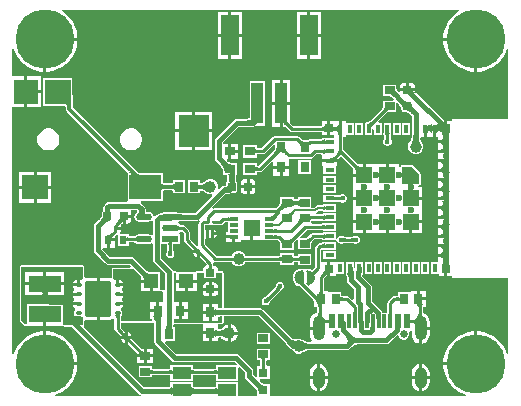
<source format=gtl>
G04*
G04 #@! TF.GenerationSoftware,Altium Limited,Altium Designer,25.3.3 (18)*
G04*
G04 Layer_Physical_Order=1*
G04 Layer_Color=255*
%FSLAX44Y44*%
%MOMM*%
G71*
G04*
G04 #@! TF.SameCoordinates,E081D75F-9DF0-4658-81CA-2A43F12760C1*
G04*
G04*
G04 #@! TF.FilePolarity,Positive*
G04*
G01*
G75*
%ADD11C,0.2000*%
%ADD14R,1.0000X3.5000*%
%ADD15R,1.5000X3.4000*%
%ADD16R,2.8000X1.4000*%
%ADD17R,0.8621X0.7350*%
G04:AMPARAMS|DCode=18|XSize=0.76mm|YSize=0.6604mm|CornerRadius=0.0825mm|HoleSize=0mm|Usage=FLASHONLY|Rotation=0.000|XOffset=0mm|YOffset=0mm|HoleType=Round|Shape=RoundedRectangle|*
%AMROUNDEDRECTD18*
21,1,0.7600,0.4953,0,0,0.0*
21,1,0.5949,0.6604,0,0,0.0*
1,1,0.1651,0.2975,-0.2477*
1,1,0.1651,-0.2975,-0.2477*
1,1,0.1651,-0.2975,0.2477*
1,1,0.1651,0.2975,0.2477*
%
%ADD18ROUNDEDRECTD18*%
%ADD19R,0.3000X1.1500*%
%ADD20R,0.6000X1.1500*%
%ADD21R,0.7350X0.8621*%
%ADD22R,0.8121X0.6587*%
%ADD23C,0.2540*%
%ADD24R,2.2000X2.1000*%
%ADD25R,2.0000X2.1000*%
%ADD26R,2.7000X2.1000*%
%ADD27R,2.6000X2.7000*%
%ADD28R,0.6000X0.8000*%
%ADD29R,1.6500X1.0500*%
%ADD30R,0.8000X0.9000*%
%ADD31R,0.9000X0.8000*%
G04:AMPARAMS|DCode=32|XSize=0.76mm|YSize=0.6604mm|CornerRadius=0.0825mm|HoleSize=0mm|Usage=FLASHONLY|Rotation=270.000|XOffset=0mm|YOffset=0mm|HoleType=Round|Shape=RoundedRectangle|*
%AMROUNDEDRECTD32*
21,1,0.7600,0.4953,0,0,270.0*
21,1,0.5949,0.6604,0,0,270.0*
1,1,0.1651,-0.2477,-0.2975*
1,1,0.1651,-0.2477,0.2975*
1,1,0.1651,0.2477,0.2975*
1,1,0.1651,0.2477,-0.2975*
%
%ADD32ROUNDEDRECTD32*%
%ADD33C,1.2070*%
%ADD34R,0.7000X0.7000*%
%ADD35R,1.4500X1.4500*%
%ADD36R,0.8000X0.4000*%
%ADD37R,0.4000X0.8000*%
%ADD38R,1.3600X1.4600*%
%ADD39R,0.7500X0.3000*%
%ADD40R,1.2500X1.2200*%
%ADD41R,1.3383X0.5780*%
G04:AMPARAMS|DCode=42|XSize=1.3383mm|YSize=0.578mm|CornerRadius=0.289mm|HoleSize=0mm|Usage=FLASHONLY|Rotation=180.000|XOffset=0mm|YOffset=0mm|HoleType=Round|Shape=RoundedRectangle|*
%AMROUNDEDRECTD42*
21,1,1.3383,0.0000,0,0,180.0*
21,1,0.7603,0.5780,0,0,180.0*
1,1,0.5780,-0.3802,0.0000*
1,1,0.5780,0.3802,0.0000*
1,1,0.5780,0.3802,0.0000*
1,1,0.5780,-0.3802,0.0000*
%
%ADD42ROUNDEDRECTD42*%
%ADD43C,0.2500*%
%ADD44R,0.8000X0.8000*%
%ADD47C,0.2540*%
%ADD62C,0.6500*%
G04:AMPARAMS|DCode=63|XSize=1mm|YSize=2.1mm|CornerRadius=0.5mm|HoleSize=0mm|Usage=FLASHONLY|Rotation=0.000|XOffset=0mm|YOffset=0mm|HoleType=Round|Shape=RoundedRectangle|*
%AMROUNDEDRECTD63*
21,1,1.0000,1.1000,0,0,0.0*
21,1,0.0000,2.1000,0,0,0.0*
1,1,1.0000,0.0000,-0.5500*
1,1,1.0000,0.0000,-0.5500*
1,1,1.0000,0.0000,0.5500*
1,1,1.0000,0.0000,0.5500*
%
%ADD63ROUNDEDRECTD63*%
G04:AMPARAMS|DCode=64|XSize=1mm|YSize=1.8mm|CornerRadius=0.5mm|HoleSize=0mm|Usage=FLASHONLY|Rotation=0.000|XOffset=0mm|YOffset=0mm|HoleType=Round|Shape=RoundedRectangle|*
%AMROUNDEDRECTD64*
21,1,1.0000,0.8000,0,0,0.0*
21,1,0.0000,1.8000,0,0,0.0*
1,1,1.0000,0.0000,-0.4000*
1,1,1.0000,0.0000,-0.4000*
1,1,1.0000,0.0000,0.4000*
1,1,1.0000,0.0000,0.4000*
%
%ADD64ROUNDEDRECTD64*%
%ADD69C,0.9000*%
%ADD71C,0.6000*%
%ADD72C,0.4000*%
G04:AMPARAMS|DCode=73|XSize=0.3mm|YSize=0.5mm|CornerRadius=0.0495mm|HoleSize=0mm|Usage=FLASHONLY|Rotation=90.000|XOffset=0mm|YOffset=0mm|HoleType=Round|Shape=RoundedRectangle|*
%AMROUNDEDRECTD73*
21,1,0.3000,0.4010,0,0,90.0*
21,1,0.2010,0.5000,0,0,90.0*
1,1,0.0990,0.2005,0.1005*
1,1,0.0990,0.2005,-0.1005*
1,1,0.0990,-0.2005,-0.1005*
1,1,0.0990,-0.2005,0.1005*
%
%ADD73ROUNDEDRECTD73*%
G04:AMPARAMS|DCode=74|XSize=3mm|YSize=2.2mm|CornerRadius=0.055mm|HoleSize=0mm|Usage=FLASHONLY|Rotation=90.000|XOffset=0mm|YOffset=0mm|HoleType=Round|Shape=RoundedRectangle|*
%AMROUNDEDRECTD74*
21,1,3.0000,2.0900,0,0,90.0*
21,1,2.8900,2.2000,0,0,90.0*
1,1,0.1100,1.0450,1.4450*
1,1,0.1100,1.0450,-1.4450*
1,1,0.1100,-1.0450,-1.4450*
1,1,0.1100,-1.0450,1.4450*
%
%ADD74ROUNDEDRECTD74*%
%ADD75C,0.3810*%
%ADD76C,0.3500*%
%ADD77C,5.0000*%
%ADD78C,1.0000*%
%ADD79C,0.4500*%
%ADD80C,0.5000*%
G36*
X380922Y328736D02*
X380566Y328554D01*
X377059Y326006D01*
X373994Y322941D01*
X371446Y319434D01*
X369478Y315572D01*
X368138Y311449D01*
X367460Y307167D01*
Y306270D01*
X395000D01*
Y305000D01*
X396270D01*
Y277460D01*
X397168D01*
X401449Y278138D01*
X405572Y279478D01*
X409434Y281446D01*
X412941Y283994D01*
X416006Y287059D01*
X418554Y290566D01*
X420522Y294428D01*
X421200Y296514D01*
X422500Y296308D01*
Y237405D01*
X375999D01*
X375004Y236993D01*
X374592Y235998D01*
Y235540D01*
X370770D01*
Y233050D01*
X371122Y232998D01*
X371687Y232969D01*
X370770Y232052D01*
Y229500D01*
X368230D01*
Y229512D01*
X366031Y227313D01*
Y226031D01*
X372970D01*
X371598Y222298D01*
X371632Y221929D01*
X371735Y221409D01*
X371867Y220970D01*
X372029Y220609D01*
X372220Y220329D01*
X372440Y220130D01*
X372690Y220009D01*
X372970Y219970D01*
X365500Y219939D01*
X365880Y219985D01*
X366220Y220110D01*
X366520Y220315D01*
X366780Y220599D01*
X367000Y220962D01*
X367180Y221405D01*
X367320Y221927D01*
X367388Y222335D01*
X366031Y226031D01*
X363166Y227083D01*
X362962Y227000D01*
X362598Y226780D01*
X362315Y226520D01*
X362110Y226220D01*
X361985Y225880D01*
X361939Y225500D01*
X361969Y232969D01*
X362010Y232690D01*
X362130Y232440D01*
X362329Y232220D01*
X362609Y232029D01*
X362970Y231867D01*
X363003Y231857D01*
X363918Y232194D01*
X363740Y232404D01*
X363202Y232969D01*
X366031Y235798D01*
X366596Y235261D01*
X367162Y234780D01*
X367728Y234355D01*
X368230Y234029D01*
Y235737D01*
X368040Y235880D01*
X367537Y236307D01*
X367000Y236818D01*
X366903Y236855D01*
X345546Y258212D01*
X345512Y258305D01*
X344215Y259710D01*
X343716Y260336D01*
X343436Y260730D01*
X341761D01*
X342110Y260166D01*
X342592Y259488D01*
X343147Y258793D01*
X344478Y257351D01*
X341649Y254522D01*
X340825Y255319D01*
X339258Y256662D01*
X338515Y257209D01*
X337799Y257673D01*
X337111Y258053D01*
X336450Y258351D01*
X335816Y258565D01*
X335210Y258696D01*
X334630Y258743D01*
X337003Y260730D01*
X330594D01*
Y260607D01*
X329555Y260102D01*
X329294Y260097D01*
X328938Y260515D01*
X328566Y261010D01*
X328249Y261494D01*
X327987Y261967D01*
X327777Y262427D01*
X327616Y262877D01*
X327503Y263316D01*
X327434Y263748D01*
X327404Y264245D01*
X327361Y264335D01*
Y266361D01*
X316639D01*
Y257174D01*
X320199D01*
X320289Y257130D01*
X320786Y257100D01*
X321218Y257031D01*
X321657Y256918D01*
X322107Y256757D01*
X322568Y256547D01*
X323040Y256285D01*
X323524Y255968D01*
X324019Y255596D01*
X324523Y255167D01*
X325061Y254656D01*
X325249Y254126D01*
X324422Y252826D01*
X316639D01*
Y248790D01*
X316565Y248632D01*
X316550Y248342D01*
X316516Y248119D01*
X316459Y247888D01*
X316374Y247647D01*
X316261Y247395D01*
X316115Y247130D01*
X315936Y246854D01*
X315720Y246567D01*
X315468Y246270D01*
X315154Y245939D01*
X315104Y245810D01*
X305130Y235835D01*
X305000Y235785D01*
X304668Y235470D01*
X304370Y235216D01*
X304082Y234998D01*
X303803Y234816D01*
X303536Y234667D01*
X303281Y234549D01*
X303036Y234461D01*
X302802Y234400D01*
X302576Y234362D01*
X302285Y234343D01*
X302197Y234300D01*
X300700D01*
Y223700D01*
X307300D01*
Y228506D01*
X307400Y228612D01*
X308700Y228095D01*
Y223700D01*
X315300D01*
Y234300D01*
X312704D01*
X312207Y235501D01*
X318810Y242104D01*
X318939Y242154D01*
X319270Y242468D01*
X319567Y242720D01*
X319854Y242936D01*
X320130Y243115D01*
X320395Y243261D01*
X320647Y243374D01*
X320888Y243459D01*
X321119Y243517D01*
X321343Y243550D01*
X321632Y243564D01*
X321790Y243639D01*
X327361D01*
Y250510D01*
X328661Y251020D01*
X329602Y250006D01*
X330148Y249332D01*
X330621Y248681D01*
X331012Y248067D01*
X331323Y247493D01*
X331555Y246962D01*
X331713Y246477D01*
X331804Y246040D01*
X331843Y245551D01*
X331859Y245519D01*
X332023Y244694D01*
X332493Y243991D01*
X333196Y243521D01*
X334025Y243356D01*
X335008D01*
X335044Y243339D01*
X335541Y243309D01*
X335973Y243240D01*
X336412Y243127D01*
X336862Y242966D01*
X337323Y242756D01*
X337795Y242494D01*
X338279Y242177D01*
X338773Y241805D01*
X339278Y241376D01*
X339816Y240865D01*
X339912Y240827D01*
X340635Y240104D01*
Y229000D01*
Y223713D01*
X340593Y223618D01*
X340575Y222873D01*
X340522Y222196D01*
X340435Y221552D01*
X340314Y220941D01*
X340161Y220363D01*
X339977Y219816D01*
X339760Y219298D01*
X339512Y218809D01*
X339234Y218347D01*
X338891Y217866D01*
X338872Y217782D01*
X338659Y217569D01*
X337700Y215253D01*
Y212747D01*
X338659Y210431D01*
X340431Y208659D01*
X342747Y207700D01*
X345253D01*
X347569Y208659D01*
X349341Y210431D01*
X350300Y212747D01*
Y215253D01*
X349341Y217569D01*
X349128Y217782D01*
X349109Y217866D01*
X348767Y218346D01*
X348488Y218809D01*
X348240Y219298D01*
X348024Y219816D01*
X347839Y220363D01*
X347686Y220941D01*
X347643Y221160D01*
X348136Y222003D01*
X348697Y222447D01*
X348762Y222460D01*
X350730D01*
Y229000D01*
X353270D01*
Y222460D01*
X358730D01*
Y229000D01*
X361270D01*
Y222460D01*
X362460D01*
Y219270D01*
X369000D01*
Y216730D01*
X362460D01*
Y213460D01*
Y211270D01*
X369000D01*
Y208730D01*
X362460D01*
Y205460D01*
Y203270D01*
X369000D01*
Y200730D01*
X362460D01*
Y197460D01*
Y195270D01*
X369000D01*
Y192730D01*
X362460D01*
Y189460D01*
Y187270D01*
X369000D01*
Y184730D01*
X362460D01*
Y181460D01*
Y179270D01*
X369000D01*
Y176730D01*
X362460D01*
Y173460D01*
Y171270D01*
X369000D01*
Y168730D01*
X362460D01*
Y165460D01*
Y163270D01*
X369000D01*
Y160730D01*
X362460D01*
Y157460D01*
Y155270D01*
X369000D01*
Y152730D01*
X362460D01*
Y149460D01*
Y147270D01*
X369000D01*
Y144730D01*
X362460D01*
Y141460D01*
Y139270D01*
X369000D01*
Y136730D01*
X362460D01*
Y133460D01*
Y131270D01*
X369000D01*
Y128730D01*
X362460D01*
Y125460D01*
Y123270D01*
X369000D01*
Y120730D01*
X362460D01*
Y117600D01*
X362460Y117460D01*
X362122Y116300D01*
X356700D01*
Y105700D01*
X363300Y105700D01*
X363460Y104466D01*
Y104460D01*
X368230D01*
Y110500D01*
X370770D01*
Y104460D01*
X374592D01*
Y103998D01*
X375004Y103003D01*
X375999Y102591D01*
X422500D01*
Y38692D01*
X421200Y38486D01*
X420522Y40572D01*
X418554Y44434D01*
X416006Y47941D01*
X412941Y51006D01*
X409434Y53554D01*
X405572Y55522D01*
X401449Y56862D01*
X397168Y57540D01*
X396270D01*
Y30000D01*
X395000D01*
Y28730D01*
X367460D01*
Y27833D01*
X368138Y23551D01*
X369478Y19428D01*
X371446Y15566D01*
X373994Y12059D01*
X377059Y8994D01*
X380566Y6446D01*
X384428Y4478D01*
X386514Y3800D01*
X386308Y2500D01*
X220300D01*
Y12800D01*
X216916D01*
X216758Y12875D01*
X216261Y12900D01*
X215832Y12964D01*
X215394Y13074D01*
X214947Y13230D01*
X214488Y13437D01*
X214017Y13696D01*
X213534Y14009D01*
X213040Y14380D01*
X212537Y14807D01*
X212000Y15318D01*
X211756Y15900D01*
X212532Y17200D01*
X220300D01*
Y27800D01*
X217821D01*
X217810Y27827D01*
X217761Y28009D01*
X217718Y28271D01*
X217688Y28607D01*
X217677Y29046D01*
X217620Y29173D01*
Y32266D01*
X217677Y32393D01*
X217688Y32833D01*
X217718Y33168D01*
X217761Y33430D01*
X217810Y33612D01*
X217821Y33639D01*
X220361D01*
Y42826D01*
X209639D01*
Y33639D01*
X212179D01*
X212190Y33613D01*
X212239Y33430D01*
X212282Y33168D01*
X212312Y32832D01*
X212323Y32393D01*
X212380Y32266D01*
Y29173D01*
X212323Y29046D01*
X212312Y28607D01*
X212282Y28271D01*
X212239Y28009D01*
X212190Y27827D01*
X212179Y27800D01*
X209700D01*
Y19257D01*
X208499Y18759D01*
X206282Y20976D01*
Y24083D01*
X206026Y25370D01*
X205296Y26462D01*
X205296Y26462D01*
X194303Y37456D01*
X193211Y38185D01*
X191924Y38441D01*
X191924Y38441D01*
X141317D01*
X131759Y47999D01*
X132257Y49200D01*
X140300D01*
Y59194D01*
X140369Y59320D01*
X140346Y59396D01*
X140377Y59469D01*
X140300Y59654D01*
Y60800D01*
X139245D01*
X139119Y60869D01*
X138912Y60891D01*
X138902Y60894D01*
X138891Y60902D01*
X138842Y60956D01*
X138756Y61099D01*
X138653Y61355D01*
X138555Y61724D01*
X138476Y62205D01*
X138458Y62410D01*
X138580Y62675D01*
X138976Y63141D01*
X139683Y63593D01*
X162182D01*
X163460Y63540D01*
X163460Y62293D01*
Y57770D01*
X170000D01*
Y56500D01*
X171270D01*
Y49460D01*
X176540D01*
Y51562D01*
X177804Y52522D01*
X178448Y52435D01*
X179059Y52314D01*
X179487Y52201D01*
X179967Y51370D01*
X181370Y49967D01*
X183090Y48974D01*
X184730Y48534D01*
Y56000D01*
Y63466D01*
X183090Y63026D01*
X181370Y62034D01*
X179967Y60630D01*
X179487Y59799D01*
X179059Y59686D01*
X178448Y59565D01*
X177804Y59478D01*
X176540Y60437D01*
X176540Y63540D01*
X177818Y63593D01*
X179720D01*
X179979Y63700D01*
X180259Y63700D01*
X180456Y63782D01*
X180456Y63782D01*
X180457D01*
X180654Y63980D01*
X180715Y64005D01*
X180740Y64066D01*
X180934Y64260D01*
X180995Y64285D01*
X181020Y64345D01*
X181218Y64543D01*
Y64543D01*
X181218Y64543D01*
X181300Y64741D01*
Y65021D01*
X181407Y65280D01*
Y70135D01*
X211106D01*
X234112Y47130D01*
X234158Y47024D01*
X235872Y45369D01*
X238621Y42621D01*
X238943Y42405D01*
X239464Y41903D01*
X239659Y41431D01*
X241431Y39659D01*
X243747Y38700D01*
X246253D01*
X248569Y39659D01*
X248782Y39872D01*
X248866Y39891D01*
X249346Y40233D01*
X249809Y40512D01*
X250298Y40760D01*
X250816Y40976D01*
X251363Y41161D01*
X251941Y41314D01*
X252552Y41435D01*
X253196Y41522D01*
X253873Y41575D01*
X254618Y41593D01*
X254713Y41635D01*
X285513D01*
X285513Y41635D01*
X286801Y41891D01*
X287892Y42621D01*
X289378Y44107D01*
X289472Y44142D01*
X290011Y44643D01*
X290528Y45057D01*
X291060Y45419D01*
X291607Y45729D01*
X292173Y45992D01*
X292759Y46206D01*
X293366Y46374D01*
X293998Y46494D01*
X294656Y46567D01*
X295392Y46594D01*
X295483Y46635D01*
X319050D01*
X319050Y46635D01*
X320337Y46891D01*
X321429Y47621D01*
X328149Y54341D01*
X329509Y53862D01*
X330043Y52573D01*
X331323Y51293D01*
X332995Y50600D01*
X334805D01*
X336477Y51293D01*
X337757Y52573D01*
X338450Y54245D01*
Y56055D01*
X338254Y56529D01*
X338976Y57610D01*
X340595D01*
Y54650D01*
X340854Y52682D01*
X341614Y50847D01*
X342822Y49272D01*
X344398Y48064D01*
X346232Y47304D01*
X346930Y47212D01*
Y60150D01*
X348200D01*
Y61420D01*
X355805D01*
Y65650D01*
X355546Y67618D01*
X354786Y69453D01*
X353578Y71028D01*
X352002Y72236D01*
X350168Y72996D01*
X349821Y73462D01*
X349797Y73496D01*
Y77734D01*
X350005Y78149D01*
X352369D01*
Y83730D01*
X346154D01*
Y85000D01*
X344884D01*
Y91851D01*
X339939D01*
Y91051D01*
X338821Y90611D01*
Y90611D01*
X328871D01*
Y87821D01*
X328844Y87810D01*
X328662Y87761D01*
X328400Y87718D01*
X328064Y87688D01*
X327624Y87677D01*
X327498Y87620D01*
X326000D01*
X324997Y87421D01*
X324147Y86853D01*
X320647Y83353D01*
X320079Y82503D01*
X319880Y81500D01*
Y74316D01*
X319823Y74187D01*
X319799Y72950D01*
X315473D01*
Y72977D01*
X315224Y74228D01*
X314516Y75288D01*
X310076Y79728D01*
X310076Y79728D01*
X310076Y79728D01*
X306593Y83211D01*
Y95203D01*
X306344Y96453D01*
X305636Y97513D01*
X298775Y104374D01*
X299095Y105700D01*
X299300D01*
X299337Y106700D01*
X299310Y106871D01*
X299377Y107030D01*
X299300Y107215D01*
Y116300D01*
X292700D01*
Y111658D01*
X292308Y111352D01*
X291300Y111726D01*
Y116300D01*
X284700D01*
Y107215D01*
X284623Y107030D01*
X284687Y106876D01*
X284660Y106711D01*
X284700Y105700D01*
X284896D01*
X285550Y102901D01*
X285557Y102890D01*
Y100722D01*
X285806Y99472D01*
X286514Y98412D01*
X291502Y93424D01*
Y84902D01*
X290301Y84404D01*
X287853Y86853D01*
X287003Y87421D01*
X286000Y87620D01*
X282502D01*
X282376Y87677D01*
X281936Y87688D01*
X281600Y87718D01*
X281338Y87761D01*
X281156Y87810D01*
X281129Y87821D01*
Y90611D01*
X271179D01*
Y90611D01*
X270061Y91051D01*
Y91851D01*
X266528D01*
X266527Y91857D01*
X266471Y91984D01*
Y101301D01*
X266466Y101325D01*
Y102761D01*
X267870Y104164D01*
X268000Y104214D01*
X268258Y104460D01*
X269230D01*
Y106759D01*
X269186Y106743D01*
X268827Y106581D01*
X268467Y106384D01*
X268108Y106150D01*
X267749Y105881D01*
X267390Y105576D01*
X267031Y105234D01*
X265234Y107030D01*
X265576Y107390D01*
X265881Y107749D01*
X266150Y108108D01*
X266384Y108467D01*
X266581Y108827D01*
X266743Y109186D01*
X266869Y109545D01*
X266959Y109904D01*
X267013Y110263D01*
X267031Y110623D01*
X269230Y108423D01*
Y110500D01*
Y116540D01*
X264460D01*
X263620Y117492D01*
Y125918D01*
X264678Y126824D01*
X265700Y126700D01*
X266657Y126674D01*
X266850Y126698D01*
X267031Y126623D01*
X267215Y126700D01*
X276300D01*
Y133300D01*
X267215D01*
X267031Y133377D01*
X266850Y133302D01*
X266657Y133326D01*
X265700Y133300D01*
Y133063D01*
X264117Y132627D01*
X264109Y132620D01*
X263000D01*
X261997Y132421D01*
X261147Y131853D01*
X259147Y129853D01*
X258579Y129003D01*
X258380Y128000D01*
Y112005D01*
X256157Y109782D01*
X254537Y110453D01*
X252540Y110716D01*
Y110700D01*
X251537Y110501D01*
X250687Y109933D01*
X249313D01*
X248463Y110501D01*
X247460Y110700D01*
Y110716D01*
X245463Y110453D01*
X243602Y109682D01*
X242004Y108456D01*
X240778Y106858D01*
X240007Y104997D01*
X239744Y103000D01*
X240007Y101003D01*
X240778Y99142D01*
X242004Y97544D01*
X243602Y96318D01*
X245463Y95547D01*
X245824Y95499D01*
X257336Y83988D01*
X257386Y83858D01*
X257631Y83601D01*
Y78149D01*
X260146D01*
X260146Y78143D01*
X260203Y78017D01*
Y73496D01*
X260179Y73462D01*
X259832Y72996D01*
X257997Y72236D01*
X256422Y71028D01*
X255214Y69453D01*
X254454Y67618D01*
X254195Y65650D01*
Y61420D01*
X261800D01*
Y58880D01*
X254195D01*
Y54650D01*
X254454Y52682D01*
X255214Y50847D01*
X255759Y50137D01*
X255345Y48726D01*
X254618Y48407D01*
X253873Y48425D01*
X253196Y48478D01*
X252552Y48565D01*
X251941Y48686D01*
X251363Y48839D01*
X250816Y49023D01*
X250298Y49240D01*
X249809Y49488D01*
X249347Y49767D01*
X248866Y50109D01*
X248782Y50128D01*
X248569Y50341D01*
X246253Y51300D01*
X244081D01*
X243984Y51325D01*
X243798Y51300D01*
X243747D01*
X243722Y51290D01*
X243147Y51211D01*
X242405Y51157D01*
X241722Y51156D01*
X241095Y51207D01*
X240525Y51304D01*
X240009Y51447D01*
X239543Y51631D01*
X239122Y51855D01*
X238739Y52122D01*
X238327Y52488D01*
X238240Y52518D01*
X238213Y52546D01*
X238170Y52609D01*
X238145Y52614D01*
X214879Y75879D01*
X213788Y76609D01*
X212500Y76865D01*
X212500Y76865D01*
X181407D01*
Y106720D01*
X181300Y106979D01*
X181300Y107259D01*
X181218Y107456D01*
X181218Y107456D01*
Y107457D01*
X181020Y107654D01*
X180995Y107715D01*
X180934Y107740D01*
X180740Y107934D01*
X180715Y107995D01*
X180655Y108020D01*
X180457Y108218D01*
X180457D01*
X180457Y108218D01*
X180259Y108300D01*
X179979D01*
X179720Y108407D01*
X176406D01*
Y109476D01*
X176145Y110790D01*
X175401Y111903D01*
X174288Y112647D01*
X172974Y112908D01*
X172657D01*
X172620Y112991D01*
Y114751D01*
X172480Y115457D01*
X172512Y115527D01*
X173113Y116219D01*
X173500Y116479D01*
X174000Y116380D01*
X188266D01*
X188659Y115431D01*
X190431Y113659D01*
X192747Y112700D01*
X195253D01*
X197569Y113659D01*
X199341Y115431D01*
X199702Y116303D01*
X228016D01*
X228143Y116246D01*
X228583Y116235D01*
X228918Y116205D01*
X229180Y116162D01*
X229363Y116113D01*
X229389Y116102D01*
Y113871D01*
X240611D01*
Y115716D01*
X240646Y115731D01*
X240824Y115779D01*
X241083Y115822D01*
X241418Y115851D01*
X241857Y115863D01*
X241984Y115919D01*
X243266D01*
X243393Y115863D01*
X243833Y115851D01*
X244168Y115822D01*
X244430Y115778D01*
X244613Y115730D01*
X244639Y115719D01*
Y113639D01*
X255361D01*
Y122826D01*
X244639D01*
Y121360D01*
X244613Y121349D01*
X244430Y121301D01*
X244168Y121257D01*
X243832Y121228D01*
X243393Y121216D01*
X243267Y121160D01*
X241984D01*
X241857Y121216D01*
X241418Y121228D01*
X241083Y121257D01*
X240824Y121300D01*
X240646Y121348D01*
X240611Y121363D01*
Y123821D01*
X229389D01*
Y121744D01*
X229363Y121733D01*
X229180Y121684D01*
X228918Y121641D01*
X228582Y121611D01*
X228143Y121600D01*
X228016Y121543D01*
X199765D01*
X199341Y122569D01*
X198365Y123545D01*
X197569Y124341D01*
X195253Y125300D01*
X192747D01*
X190431Y124341D01*
X188659Y122569D01*
X188266Y121620D01*
X175085D01*
X173706Y123000D01*
X165227Y131478D01*
Y135664D01*
X166527Y136487D01*
X166680Y136424D01*
Y140000D01*
Y143576D01*
X166527Y143513D01*
X165227Y144336D01*
Y147380D01*
X167950D01*
X168304Y147450D01*
X168457D01*
X168599Y147509D01*
X168953Y147579D01*
X169253Y147780D01*
X169394Y147838D01*
X170000Y148071D01*
X170606Y147838D01*
X170747Y147780D01*
X171047Y147579D01*
X171401Y147509D01*
X171543Y147450D01*
X171696D01*
X172050Y147380D01*
X178650D01*
X179653Y147579D01*
X180503Y148147D01*
X182235Y149880D01*
X183527D01*
X183630Y149827D01*
X184950Y149724D01*
Y141540D01*
X183710D01*
Y138770D01*
X190000D01*
Y137500D01*
X191270D01*
Y133460D01*
X196290D01*
Y135160D01*
X203730D01*
Y145000D01*
X206270D01*
Y135160D01*
X214340D01*
X214950Y134700D01*
Y134700D01*
X223535D01*
X223720Y134623D01*
X223852Y134678D01*
X223992Y134650D01*
X225050Y134700D01*
Y134771D01*
X225825Y134821D01*
X226265Y134823D01*
X226401Y134880D01*
X226933D01*
X227854Y133959D01*
X227904Y133829D01*
X228219Y133497D01*
X228473Y133200D01*
X228691Y132911D01*
X228874Y132633D01*
X229023Y132365D01*
X229140Y132110D01*
X229228Y131866D01*
X229290Y131631D01*
X229327Y131405D01*
X229346Y131114D01*
X229389Y131026D01*
Y126179D01*
X240611D01*
Y130978D01*
X240686Y131136D01*
X240700Y131426D01*
X240734Y131649D01*
X240791Y131880D01*
X240876Y132121D01*
X240989Y132374D01*
X241135Y132639D01*
X241314Y132914D01*
X241530Y133202D01*
X241782Y133498D01*
X242096Y133829D01*
X242146Y133959D01*
X243339Y135152D01*
X244639Y134614D01*
Y127174D01*
X255361D01*
Y131210D01*
X255436Y131368D01*
X255450Y131657D01*
X255483Y131881D01*
X255541Y132112D01*
X255626Y132353D01*
X255739Y132605D01*
X255885Y132870D01*
X256064Y133146D01*
X256280Y133433D01*
X256532Y133730D01*
X256846Y134061D01*
X256896Y134190D01*
X258085Y135380D01*
X264109D01*
X264117Y135373D01*
X265700Y134937D01*
Y134700D01*
X266657Y134674D01*
X266850Y134698D01*
X267031Y134623D01*
X267215Y134700D01*
X276150D01*
X276300Y134700D01*
X277450Y134338D01*
Y134294D01*
X277990Y132989D01*
X278989Y131990D01*
X280294Y131450D01*
X281706D01*
X283011Y131990D01*
X283044Y132023D01*
X283149Y132044D01*
X283224Y132093D01*
X283259Y132111D01*
X283343Y132142D01*
X283475Y132180D01*
X283650Y132219D01*
X283841Y132249D01*
X284769Y132318D01*
X285125Y132323D01*
X285257Y132380D01*
X288729D01*
X288855Y132323D01*
X289580Y132304D01*
X290146Y132251D01*
X290350Y132219D01*
X290525Y132180D01*
X290657Y132142D01*
X290741Y132111D01*
X290776Y132093D01*
X290851Y132044D01*
X290956Y132023D01*
X290989Y131990D01*
X292294Y131450D01*
X293706D01*
X295011Y131990D01*
X296010Y132989D01*
X296550Y134294D01*
Y135706D01*
X296010Y137011D01*
X295011Y138010D01*
X293706Y138550D01*
X292294D01*
X290989Y138010D01*
X290956Y137977D01*
X290851Y137956D01*
X290776Y137907D01*
X290741Y137889D01*
X290657Y137858D01*
X290525Y137820D01*
X290350Y137781D01*
X290159Y137751D01*
X289231Y137682D01*
X288875Y137677D01*
X288743Y137620D01*
X285271D01*
X285145Y137677D01*
X284420Y137696D01*
X283854Y137749D01*
X283650Y137781D01*
X283475Y137820D01*
X283343Y137858D01*
X283259Y137889D01*
X283224Y137907D01*
X283149Y137956D01*
X283044Y137977D01*
X283011Y138010D01*
X281706Y138550D01*
X280294D01*
X278989Y138010D01*
X277990Y137011D01*
X277600Y136068D01*
X276300Y136327D01*
Y141300D01*
X267215D01*
X267031Y141377D01*
X266850Y141302D01*
X266657Y141326D01*
X265700Y141300D01*
Y141063D01*
X264117Y140627D01*
X264109Y140620D01*
X257000D01*
X255997Y140421D01*
X255147Y139853D01*
X253190Y137896D01*
X253061Y137846D01*
X252730Y137532D01*
X252433Y137280D01*
X252146Y137064D01*
X251870Y136885D01*
X251605Y136739D01*
X251353Y136626D01*
X251112Y136541D01*
X250881Y136483D01*
X250658Y136450D01*
X250368Y136435D01*
X250210Y136361D01*
X246386D01*
X245848Y137661D01*
X251567Y143380D01*
X264109D01*
X264117Y143373D01*
X265700Y142937D01*
Y142700D01*
X266657Y142674D01*
X266850Y142698D01*
X267031Y142623D01*
X267215Y142700D01*
X276300D01*
Y149300D01*
X267215D01*
X267031Y149377D01*
X266850Y149302D01*
X266657Y149326D01*
X265700Y149300D01*
Y149063D01*
X264117Y148627D01*
X264109Y148620D01*
X256807D01*
X255611Y148871D01*
Y151100D01*
X255646Y151114D01*
X255824Y151162D01*
X256083Y151205D01*
X256418Y151235D01*
X256857Y151246D01*
X256984Y151303D01*
X264133D01*
X264156Y151286D01*
X265700Y150908D01*
Y150700D01*
X266695Y150664D01*
X266869Y150690D01*
X267031Y150623D01*
X267215Y150700D01*
X276300D01*
Y157300D01*
X267215D01*
X267031Y157377D01*
X266845Y157300D01*
X266776Y157300D01*
X266619Y157315D01*
X265700Y157300D01*
Y157034D01*
X264095Y156543D01*
X260075D01*
X259897Y157833D01*
X260658Y158342D01*
X261971Y159655D01*
X264579D01*
X265700Y159112D01*
Y158700D01*
X266845D01*
X267031Y158623D01*
X267215Y158700D01*
X276300D01*
Y165300D01*
X267215D01*
X267031Y165377D01*
X266845Y165300D01*
X265700D01*
Y164888D01*
X264579Y164345D01*
X261000D01*
X261000Y164345D01*
X260103Y164167D01*
X259342Y163658D01*
X259342Y163658D01*
X258029Y162345D01*
X255611D01*
Y171129D01*
X244389D01*
Y169888D01*
X244354Y169825D01*
X244335Y169677D01*
X244324Y169666D01*
X244220Y169603D01*
X244016Y169520D01*
X243709Y169438D01*
X243304Y169371D01*
X242805Y169327D01*
X242500Y169319D01*
X242196Y169327D01*
X241698Y169371D01*
X241294Y169438D01*
X240991Y169520D01*
X240793Y169601D01*
X240694Y169661D01*
X240680Y169801D01*
X240611Y169928D01*
Y171129D01*
X229389D01*
Y167635D01*
X229346Y167546D01*
X229320Y167119D01*
X229262Y166758D01*
X229166Y166389D01*
X229030Y166009D01*
X228852Y165619D01*
X228628Y165217D01*
X228358Y164804D01*
X228039Y164379D01*
X227669Y163946D01*
X227225Y163479D01*
X227184Y163371D01*
X225442Y161629D01*
X173009D01*
X172006Y161430D01*
X171239Y162481D01*
X182864Y174105D01*
X185968D01*
X185968Y174105D01*
X187256Y174361D01*
X187999Y174858D01*
X190476D01*
X191306Y175023D01*
X192009Y175493D01*
X192479Y176196D01*
X192644Y177026D01*
Y182974D01*
X192479Y183804D01*
X192142Y184308D01*
X192045Y184543D01*
X191987Y184567D01*
X191958Y184622D01*
X191866Y184700D01*
X191845Y184727D01*
X191786Y184832D01*
X191709Y185023D01*
X191628Y185300D01*
X191554Y185655D01*
X191494Y186069D01*
X191417Y187167D01*
X191413Y187446D01*
X191416Y187738D01*
X191489Y188937D01*
X191544Y189362D01*
X191610Y189693D01*
X191612Y189700D01*
X192300D01*
Y190842D01*
X192377Y191024D01*
X192316Y191172D01*
X192344Y191329D01*
X192300Y191393D01*
Y200300D01*
X187915D01*
X187758Y200375D01*
X187261Y200400D01*
X186832Y200464D01*
X186394Y200574D01*
X185947Y200730D01*
X185488Y200937D01*
X185016Y201196D01*
X184534Y201509D01*
X184040Y201880D01*
X183711Y202160D01*
X183783Y202727D01*
X184211Y203460D01*
X185230D01*
Y210000D01*
Y216540D01*
X180929D01*
X180598Y217840D01*
X193664Y230905D01*
X200928D01*
X201031Y230863D01*
X201133Y230905D01*
X201208D01*
X201293Y230888D01*
X201386Y230905D01*
X206270D01*
X206270Y230905D01*
X207558Y231161D01*
X208364Y231700D01*
X216300D01*
Y269300D01*
X203700D01*
Y238502D01*
X203664Y238438D01*
X203638Y238222D01*
X203629Y238199D01*
X203615Y238178D01*
X203554Y238122D01*
X203405Y238032D01*
X203146Y237926D01*
X202775Y237827D01*
X202294Y237747D01*
X201710Y237695D01*
X200993Y237677D01*
X200899Y237635D01*
X192270D01*
X192270Y237635D01*
X190982Y237379D01*
X189891Y236649D01*
X174621Y221379D01*
X173892Y220288D01*
X173635Y219000D01*
X173635Y219000D01*
Y204000D01*
X173635Y204000D01*
X173892Y202712D01*
X174621Y201621D01*
X178145Y198097D01*
X178182Y198000D01*
X178693Y197463D01*
X179120Y196960D01*
X179491Y196466D01*
X179804Y195983D01*
X180063Y195512D01*
X180270Y195053D01*
X180427Y194606D01*
X180536Y194168D01*
X180600Y193739D01*
X180625Y193242D01*
X180700Y193084D01*
Y189700D01*
X183768D01*
X183832Y189664D01*
X184048Y189638D01*
X184071Y189629D01*
X184092Y189615D01*
X184148Y189554D01*
X184238Y189405D01*
X184344Y189146D01*
X184443Y188775D01*
X184523Y188294D01*
X184575Y187710D01*
X184585Y187302D01*
X184583Y187167D01*
X184506Y186069D01*
X184446Y185655D01*
X184371Y185300D01*
X184291Y185023D01*
X184214Y184832D01*
X184155Y184726D01*
X184134Y184700D01*
X184042Y184622D01*
X184013Y184567D01*
X183955Y184543D01*
X183858Y184308D01*
X183521Y183804D01*
X183356Y182974D01*
Y181082D01*
X183199Y181033D01*
X182918Y180975D01*
X182005Y180888D01*
X181442Y180877D01*
X181242Y180789D01*
X180182Y180578D01*
X179091Y179849D01*
X179091Y179849D01*
X177501Y178259D01*
X176687Y178590D01*
X176300Y178897D01*
Y181253D01*
X175341Y183569D01*
X173569Y185341D01*
X171253Y186300D01*
X168747D01*
X166431Y185341D01*
X166210Y185119D01*
X166118Y185097D01*
X165449Y184606D01*
X164816Y184188D01*
X164194Y183824D01*
X163584Y183512D01*
X162987Y183252D01*
X162401Y183042D01*
X161324Y183735D01*
X161129Y184067D01*
Y185611D01*
X151179D01*
Y174389D01*
X161129D01*
Y175933D01*
X161325Y176265D01*
X162401Y176958D01*
X162987Y176748D01*
X163584Y176488D01*
X164177Y176185D01*
X165463Y175383D01*
X166118Y174903D01*
X166210Y174881D01*
X166431Y174659D01*
X168747Y173700D01*
X171103D01*
X171410Y173313D01*
X171741Y172499D01*
X157106Y157865D01*
X146151D01*
X146052Y157907D01*
X144620Y157927D01*
X143493Y157983D01*
X142657Y158073D01*
X142390Y158120D01*
X142215Y158165D01*
X142169Y158181D01*
X142112Y158215D01*
X142060Y158222D01*
X142055Y158223D01*
X142049Y158223D01*
X141904Y158243D01*
X141599Y158447D01*
X139964Y158772D01*
X132360D01*
X130726Y158447D01*
X129462Y157602D01*
X129434Y157597D01*
X129357Y157547D01*
X129327Y157535D01*
X129324Y157531D01*
X129300Y157521D01*
X129160Y157477D01*
X128940Y157427D01*
X128678Y157385D01*
X127385Y157293D01*
X126864Y157287D01*
X126814Y157266D01*
X126763Y157282D01*
X126571Y157183D01*
X125593Y156989D01*
X124501Y156259D01*
X124501Y156259D01*
X123155Y154913D01*
X121744Y155341D01*
X121586Y156135D01*
X120660Y157521D01*
X119274Y158447D01*
X117639Y158772D01*
X115633D01*
X115605Y158805D01*
X115527Y158939D01*
X115433Y159182D01*
X115343Y159536D01*
X115271Y159994D01*
X115224Y160551D01*
X115207Y161235D01*
X115118Y161435D01*
X114909Y162487D01*
X114179Y163579D01*
X114179Y163579D01*
X111379Y166379D01*
X111348Y166400D01*
X111742Y167700D01*
X129800D01*
Y176266D01*
X129836Y176329D01*
X129854Y176477D01*
X129865Y176488D01*
X129970Y176551D01*
X130173Y176633D01*
X130480Y176716D01*
X130886Y176783D01*
X131384Y176827D01*
X132007Y176843D01*
X132112Y176890D01*
X136559D01*
X136664Y176843D01*
X137287Y176827D01*
X137785Y176783D01*
X138191Y176716D01*
X138498Y176633D01*
X138701Y176551D01*
X138806Y176488D01*
X138817Y176477D01*
X138835Y176329D01*
X138871Y176266D01*
Y174389D01*
X148821D01*
Y185611D01*
X138871D01*
Y183734D01*
X138835Y183671D01*
X138817Y183523D01*
X138806Y183512D01*
X138701Y183449D01*
X138498Y183367D01*
X138191Y183284D01*
X137785Y183217D01*
X137287Y183173D01*
X136664Y183157D01*
X136559Y183110D01*
X132112D01*
X132007Y183157D01*
X131384Y183173D01*
X130886Y183217D01*
X130480Y183284D01*
X130173Y183367D01*
X129970Y183449D01*
X129865Y183512D01*
X129854Y183523D01*
X129836Y183671D01*
X129800Y183734D01*
Y191300D01*
X111708D01*
X111551Y191375D01*
X111125Y191396D01*
X110766Y191450D01*
X110399Y191542D01*
X110023Y191674D01*
X109634Y191848D01*
X109234Y192069D01*
X108822Y192336D01*
X108399Y192653D01*
X107966Y193021D01*
X107500Y193465D01*
X107392Y193506D01*
X53840Y247058D01*
Y256270D01*
X53603Y257460D01*
X53300Y257913D01*
Y272300D01*
X28700D01*
Y248700D01*
X46996D01*
X47059Y248664D01*
X47207Y248646D01*
X47218Y248635D01*
X47281Y248530D01*
X47364Y248327D01*
X47446Y248020D01*
X47513Y247614D01*
X47557Y247116D01*
X47573Y246493D01*
X47620Y246388D01*
Y245770D01*
X47857Y244580D01*
X48531Y243571D01*
X99707Y192396D01*
X100200Y191300D01*
Y190033D01*
X100174Y189970D01*
X100190Y189931D01*
X100176Y189891D01*
X100200Y189841D01*
Y168665D01*
X100200Y167700D01*
X99039Y167365D01*
X84488D01*
X83200Y167108D01*
X82109Y166379D01*
X82109Y166379D01*
X80621Y164891D01*
X79892Y163800D01*
X79685Y162761D01*
X79594Y162561D01*
X79553Y161404D01*
X79509Y160963D01*
X79449Y160574D01*
X79377Y160253D01*
X79300Y160005D01*
X79227Y159834D01*
X79171Y159739D01*
X79147Y159710D01*
X79050Y159629D01*
X79019Y159569D01*
X78955Y159543D01*
X78858Y159308D01*
X78521Y158804D01*
X78356Y157975D01*
Y156992D01*
X78339Y156956D01*
X78309Y156459D01*
X78240Y156027D01*
X78127Y155588D01*
X77966Y155138D01*
X77756Y154677D01*
X77494Y154205D01*
X77177Y153721D01*
X76805Y153226D01*
X76376Y152722D01*
X75865Y152184D01*
X75827Y152088D01*
X72621Y148881D01*
X71891Y147790D01*
X71635Y146502D01*
X71635Y146502D01*
Y126000D01*
X71635Y126000D01*
X71891Y124712D01*
X72621Y123621D01*
X81238Y115004D01*
X81238Y115004D01*
X82330Y114274D01*
X83617Y114018D01*
X83617Y114018D01*
X101323D01*
X102734Y112608D01*
X102236Y111407D01*
X88280D01*
X88021Y111300D01*
X87741Y111300D01*
X87544Y111218D01*
X87544Y111218D01*
X87543D01*
X87346Y111020D01*
X87285Y110995D01*
X87260Y110934D01*
X87066Y110740D01*
X87005Y110715D01*
X86980Y110654D01*
X86782Y110457D01*
Y110457D01*
X86782Y110456D01*
X86700Y110259D01*
Y109979D01*
X86593Y109720D01*
Y103398D01*
X85588Y102573D01*
X85450Y102600D01*
X76270D01*
Y85000D01*
Y67400D01*
X85450D01*
X86656Y67639D01*
X87580Y68257D01*
X88075Y68143D01*
X88880Y67781D01*
Y59500D01*
X89079Y58497D01*
X89647Y57647D01*
X94024Y53270D01*
X95864D01*
X95477Y53720D01*
X95198Y54006D01*
X96994Y55802D01*
X97554Y55271D01*
X97730Y55125D01*
Y56976D01*
X94120Y60585D01*
Y64593D01*
X120054D01*
X120219Y64661D01*
X120396Y64635D01*
X120700Y64860D01*
X120835Y64917D01*
X122135Y64393D01*
Y49500D01*
X122135Y49500D01*
X122392Y48212D01*
X123121Y47121D01*
X137544Y32697D01*
X138636Y31968D01*
X139924Y31712D01*
X139924Y31712D01*
X190530D01*
X192241Y30001D01*
X191743Y28800D01*
X174700D01*
Y26054D01*
X174673Y26043D01*
X174491Y25994D01*
X174229Y25951D01*
X173893Y25921D01*
X173454Y25910D01*
X173327Y25853D01*
X156673D01*
X156546Y25910D01*
X156107Y25921D01*
X155771Y25951D01*
X155509Y25994D01*
X155327Y26043D01*
X155300Y26054D01*
Y28800D01*
X136200D01*
Y26054D01*
X136173Y26043D01*
X135991Y25994D01*
X135729Y25951D01*
X135393Y25921D01*
X134953Y25910D01*
X134827Y25853D01*
X121734D01*
X121607Y25910D01*
X121168Y25921D01*
X120833Y25951D01*
X120574Y25994D01*
X120396Y26042D01*
X120361Y26056D01*
Y27826D01*
X109639D01*
Y18639D01*
X120361D01*
Y20410D01*
X120396Y20424D01*
X120574Y20472D01*
X120833Y20515D01*
X121168Y20545D01*
X121607Y20556D01*
X121734Y20613D01*
X134827D01*
X134953Y20556D01*
X135393Y20545D01*
X135729Y20515D01*
X135991Y20472D01*
X136173Y20423D01*
X136200Y20412D01*
Y15700D01*
X155300D01*
Y20412D01*
X155327Y20423D01*
X155509Y20472D01*
X155771Y20515D01*
X156107Y20545D01*
X156546Y20556D01*
X156673Y20613D01*
X173327D01*
X173454Y20556D01*
X173893Y20545D01*
X174229Y20515D01*
X174491Y20472D01*
X174673Y20423D01*
X174700Y20412D01*
Y15700D01*
X193800D01*
Y26743D01*
X195001Y27241D01*
X199553Y22689D01*
Y19583D01*
X199553Y19583D01*
X199809Y18295D01*
X200538Y17204D01*
X207145Y10597D01*
X207182Y10500D01*
X207693Y9963D01*
X208120Y9460D01*
X208491Y8966D01*
X208804Y8483D01*
X209063Y8012D01*
X209270Y7553D01*
X209426Y7106D01*
X209536Y6668D01*
X209600Y6239D01*
X209625Y5742D01*
X209700Y5584D01*
Y2500D01*
X193800D01*
Y14300D01*
X174700D01*
Y11232D01*
X174664Y11168D01*
X174638Y10952D01*
X174629Y10929D01*
X174615Y10908D01*
X174554Y10852D01*
X174405Y10761D01*
X174146Y10656D01*
X173775Y10557D01*
X173294Y10477D01*
X172710Y10425D01*
X171994Y10407D01*
X171899Y10365D01*
X158101D01*
X158006Y10407D01*
X157289Y10425D01*
X156706Y10477D01*
X156225Y10557D01*
X155854Y10656D01*
X155595Y10761D01*
X155446Y10852D01*
X155385Y10907D01*
X155370Y10929D01*
X155362Y10952D01*
X155336Y11168D01*
X155300Y11232D01*
Y14300D01*
X136200D01*
Y11232D01*
X136164Y11168D01*
X136138Y10952D01*
X136130Y10929D01*
X136115Y10908D01*
X136054Y10852D01*
X135905Y10761D01*
X135646Y10656D01*
X135275Y10557D01*
X134794Y10477D01*
X134211Y10425D01*
X133493Y10407D01*
X133399Y10365D01*
X113394D01*
X62789Y60969D01*
X62995Y62005D01*
X63407Y63000D01*
Y66602D01*
X64412Y67427D01*
X64550Y67400D01*
X73730D01*
Y85000D01*
Y102600D01*
X64550D01*
X64412Y102573D01*
X63407Y103398D01*
Y112000D01*
X62995Y112995D01*
X62000Y113407D01*
X10000D01*
X9005Y112995D01*
X8593Y112000D01*
Y67000D01*
X9005Y66005D01*
X12476Y62534D01*
X12776Y62410D01*
X13021Y62196D01*
X13254Y62212D01*
X13471Y62122D01*
X13771Y62247D01*
X14095Y62269D01*
X14482Y62460D01*
X28730D01*
Y72000D01*
X31270D01*
Y62460D01*
X44619D01*
X45508Y61844D01*
X45921Y61754D01*
X46310Y61593D01*
X52649D01*
X109621Y4621D01*
X109621Y4621D01*
X110712Y3891D01*
X111172Y3800D01*
X111044Y2500D01*
X38692D01*
X38486Y3800D01*
X40572Y4478D01*
X44434Y6446D01*
X47941Y8994D01*
X51006Y12059D01*
X53554Y15566D01*
X55522Y19428D01*
X56862Y23551D01*
X57540Y27833D01*
Y28730D01*
X30000D01*
Y30000D01*
X28730D01*
Y57540D01*
X27833D01*
X23551Y56862D01*
X19428Y55522D01*
X15566Y53554D01*
X12059Y51006D01*
X8994Y47941D01*
X6446Y44434D01*
X4478Y40572D01*
X3800Y38486D01*
X2500Y38692D01*
Y247460D01*
X12730D01*
Y260500D01*
Y273540D01*
X2500D01*
Y296308D01*
X3800Y296514D01*
X4478Y294428D01*
X6446Y290566D01*
X8994Y287059D01*
X12059Y283994D01*
X15566Y281446D01*
X19428Y279478D01*
X23551Y278138D01*
X27833Y277460D01*
X28730D01*
Y305000D01*
X30000D01*
Y306270D01*
X57540D01*
Y307167D01*
X56862Y311449D01*
X55522Y315572D01*
X53554Y319434D01*
X51006Y322941D01*
X47941Y326006D01*
X44434Y328554D01*
X44078Y328736D01*
X44381Y330000D01*
X380619D01*
X380922Y328736D01*
D02*
G37*
G36*
X326034Y263595D02*
X326124Y263029D01*
X326270Y262464D01*
X326472Y261898D01*
X326730Y261332D01*
X327043Y260767D01*
X327413Y260201D01*
X327839Y259635D01*
X328321Y259070D01*
X328859Y258504D01*
X326030Y255676D01*
X325465Y256213D01*
X324899Y256695D01*
X324333Y257121D01*
X323767Y257491D01*
X323202Y257805D01*
X322636Y258062D01*
X322070Y258264D01*
X321505Y258410D01*
X320939Y258500D01*
X320373Y258535D01*
X326000Y264161D01*
X326034Y263595D01*
D02*
G37*
G36*
X51969Y250030D02*
X52480Y246530D01*
X48980D01*
X48962Y247196D01*
X48910Y247792D01*
X48822Y248318D01*
X48700Y248775D01*
X48542Y249163D01*
X48350Y249481D01*
X48123Y249730D01*
X47860Y249910D01*
X47562Y250020D01*
X47230Y250061D01*
X51969Y250030D01*
D02*
G37*
G36*
X332849Y254541D02*
X334361Y253253D01*
X335081Y252729D01*
X335778Y252284D01*
X336451Y251919D01*
X337100Y251634D01*
X337725Y251428D01*
X338326Y251303D01*
X338904Y251257D01*
X333245Y245662D01*
X333200Y246240D01*
X333075Y246840D01*
X332871Y247464D01*
X332588Y248110D01*
X332226Y248780D01*
X331785Y249473D01*
X331265Y250189D01*
X330665Y250929D01*
X329229Y252477D01*
X332057Y255305D01*
X332849Y254541D01*
D02*
G37*
G36*
X321562Y244970D02*
X321203Y244952D01*
X320844Y244898D01*
X320484Y244808D01*
X320125Y244683D01*
X319766Y244521D01*
X319407Y244323D01*
X319048Y244090D01*
X318688Y243820D01*
X318329Y243515D01*
X317970Y243174D01*
X316174Y244970D01*
X316515Y245329D01*
X316820Y245688D01*
X317090Y246047D01*
X317323Y246407D01*
X317521Y246766D01*
X317682Y247125D01*
X317808Y247484D01*
X317898Y247843D01*
X317952Y248203D01*
X317970Y248562D01*
X321562Y244970D01*
D02*
G37*
G36*
X340789Y249804D02*
X340879Y249238D01*
X341025Y248673D01*
X341227Y248107D01*
X341485Y247541D01*
X341799Y246976D01*
X342168Y246410D01*
X342594Y245844D01*
X343076Y245279D01*
X343614Y244713D01*
X340785Y241884D01*
X340219Y242422D01*
X339654Y242904D01*
X339088Y243330D01*
X338522Y243699D01*
X337957Y244013D01*
X337391Y244271D01*
X336825Y244473D01*
X336260Y244619D01*
X335694Y244709D01*
X335128Y244743D01*
X340755Y250370D01*
X340789Y249804D01*
D02*
G37*
G36*
X205030Y233030D02*
X201031Y232270D01*
Y236270D01*
X201791Y236290D01*
X202472Y236350D01*
X203073Y236450D01*
X203595Y236590D01*
X204038Y236770D01*
X204401Y236990D01*
X204685Y237250D01*
X204890Y237550D01*
X205015Y237890D01*
X205061Y238270D01*
X205030Y233030D01*
D02*
G37*
G36*
X358031Y225500D02*
X355000Y227015D01*
X354962Y227000D01*
X354599Y226780D01*
X354315Y226520D01*
X354110Y226220D01*
X353985Y225880D01*
X353939Y225500D01*
X353969Y232969D01*
X354010Y232690D01*
X354129Y232440D01*
X354329Y232220D01*
X354609Y232029D01*
X354969Y231867D01*
X355003Y231857D01*
X358031Y232969D01*
Y225500D01*
D02*
G37*
G36*
X307766Y232969D02*
X307424Y232610D01*
X307118Y232251D01*
X306847Y231892D01*
X306611Y231533D01*
X306411Y231173D01*
X306246Y230814D01*
X306116Y230455D01*
X306022Y230096D01*
X305963Y229737D01*
X305939Y229377D01*
X302377Y232939D01*
X302737Y232963D01*
X303096Y233022D01*
X303455Y233116D01*
X303814Y233246D01*
X304174Y233411D01*
X304533Y233611D01*
X304892Y233847D01*
X305251Y234118D01*
X305610Y234424D01*
X305970Y234766D01*
X307766Y232969D01*
D02*
G37*
G36*
X346020Y222800D02*
X346078Y222046D01*
X346177Y221321D01*
X346314Y220625D01*
X346491Y219958D01*
X346706Y219319D01*
X346961Y218708D01*
X347256Y218127D01*
X347589Y217574D01*
X347962Y217050D01*
X340038D01*
X340411Y217574D01*
X340744Y218127D01*
X341039Y218708D01*
X341294Y219319D01*
X341510Y219958D01*
X341686Y220625D01*
X341823Y221321D01*
X341922Y222046D01*
X341980Y222800D01*
X342000Y223583D01*
X346000D01*
X346020Y222800D01*
D02*
G37*
G36*
X372970Y216031D02*
X372690Y215991D01*
X372440Y215870D01*
X372220Y215671D01*
X372029Y215390D01*
X371867Y215030D01*
X371735Y214590D01*
X371632Y214070D01*
X371625Y214010D01*
X371632Y213930D01*
X371735Y213410D01*
X371867Y212969D01*
X372029Y212610D01*
X372220Y212330D01*
X372440Y212129D01*
X372690Y212010D01*
X372970Y211970D01*
X365500Y211939D01*
X365880Y211985D01*
X366220Y212110D01*
X366520Y212315D01*
X366780Y212598D01*
X367000Y212962D01*
X367180Y213405D01*
X367320Y213927D01*
X367332Y214000D01*
X367320Y214073D01*
X367180Y214595D01*
X367000Y215038D01*
X366780Y215401D01*
X366520Y215685D01*
X366220Y215890D01*
X365880Y216015D01*
X365500Y216061D01*
X372970Y216031D01*
D02*
G37*
G36*
Y208030D02*
X372690Y207990D01*
X372440Y207871D01*
X372220Y207670D01*
X372029Y207390D01*
X371867Y207031D01*
X371735Y206590D01*
X371632Y206070D01*
X371625Y206010D01*
X371632Y205930D01*
X371735Y205410D01*
X371867Y204970D01*
X372029Y204610D01*
X372220Y204329D01*
X372440Y204130D01*
X372690Y204009D01*
X372970Y203969D01*
X365500Y203939D01*
X365880Y203985D01*
X366220Y204110D01*
X366520Y204315D01*
X366780Y204599D01*
X367000Y204962D01*
X367180Y205405D01*
X367320Y205927D01*
X367332Y206000D01*
X367320Y206073D01*
X367180Y206595D01*
X367000Y207038D01*
X366780Y207401D01*
X366520Y207685D01*
X366220Y207890D01*
X365880Y208015D01*
X365500Y208061D01*
X372970Y208030D01*
D02*
G37*
G36*
Y200030D02*
X372690Y199991D01*
X372440Y199870D01*
X372220Y199671D01*
X372029Y199391D01*
X371867Y199030D01*
X371735Y198591D01*
X371632Y198071D01*
X371625Y198010D01*
X371632Y197929D01*
X371735Y197409D01*
X371867Y196970D01*
X372029Y196609D01*
X372220Y196329D01*
X372440Y196129D01*
X372690Y196010D01*
X372970Y195970D01*
X365500Y195939D01*
X365880Y195985D01*
X366220Y196110D01*
X366520Y196315D01*
X366780Y196598D01*
X367000Y196962D01*
X367180Y197405D01*
X367320Y197927D01*
X367332Y198000D01*
X367320Y198073D01*
X367180Y198595D01*
X367000Y199038D01*
X366780Y199401D01*
X366520Y199685D01*
X366220Y199890D01*
X365880Y200015D01*
X365500Y200061D01*
X372970Y200030D01*
D02*
G37*
G36*
X182596Y201261D02*
X183162Y200780D01*
X183727Y200355D01*
X184293Y199988D01*
X184859Y199677D01*
X185425Y199422D01*
X185990Y199224D01*
X186556Y199083D01*
X187122Y198998D01*
X187687Y198969D01*
X182031Y193313D01*
X182002Y193878D01*
X181917Y194444D01*
X181776Y195010D01*
X181578Y195575D01*
X181323Y196141D01*
X181012Y196707D01*
X180644Y197272D01*
X180220Y197838D01*
X179739Y198404D01*
X179202Y198969D01*
X182031Y201798D01*
X182596Y201261D01*
D02*
G37*
G36*
X107025Y191974D02*
X107521Y191553D01*
X108015Y191182D01*
X108510Y190861D01*
X109005Y190588D01*
X109500Y190366D01*
X109995Y190192D01*
X110490Y190068D01*
X110985Y189994D01*
X111480Y189970D01*
X101581D01*
X102026Y189994D01*
X102373Y190068D01*
X102620Y190192D01*
X102769Y190366D01*
X102818Y190588D01*
X102769Y190861D01*
X102620Y191182D01*
X102373Y191553D01*
X102026Y191974D01*
X101581Y192444D01*
X106531D01*
X107025Y191974D01*
D02*
G37*
G36*
X372970Y192031D02*
X372690Y191991D01*
X372440Y191870D01*
X372220Y191670D01*
X372029Y191390D01*
X371867Y191031D01*
X371735Y190590D01*
X371632Y190070D01*
X371625Y190010D01*
X371632Y189930D01*
X371735Y189410D01*
X371867Y188969D01*
X372029Y188610D01*
X372220Y188330D01*
X372440Y188130D01*
X372690Y188009D01*
X372970Y187969D01*
X365500Y187939D01*
X365880Y187985D01*
X366220Y188110D01*
X366520Y188315D01*
X366780Y188598D01*
X367000Y188962D01*
X367180Y189405D01*
X367320Y189927D01*
X367332Y190000D01*
X367320Y190073D01*
X367180Y190595D01*
X367000Y191038D01*
X366780Y191401D01*
X366520Y191685D01*
X366220Y191890D01*
X365880Y192015D01*
X365500Y192061D01*
X372970Y192031D01*
D02*
G37*
G36*
X190970Y191031D02*
X190785Y190991D01*
X190620Y190870D01*
X190475Y190671D01*
X190349Y190390D01*
X190242Y190030D01*
X190155Y189590D01*
X190087Y189070D01*
X190010Y187791D01*
X190005Y187444D01*
X190011Y187106D01*
X190094Y185919D01*
X190168Y185410D01*
X190262Y184958D01*
X190378Y184562D01*
X190514Y184224D01*
X190672Y183942D01*
X190850Y183716D01*
X191050Y183548D01*
X184950D01*
X185150Y183716D01*
X185328Y183942D01*
X185486Y184224D01*
X185622Y184562D01*
X185738Y184958D01*
X185832Y185410D01*
X185905Y185919D01*
X185989Y187106D01*
X185993Y187310D01*
X185980Y187791D01*
X185920Y188472D01*
X185820Y189073D01*
X185680Y189595D01*
X185500Y190038D01*
X185280Y190401D01*
X185020Y190685D01*
X184720Y190890D01*
X184380Y191015D01*
X184000Y191061D01*
X190970Y191031D01*
D02*
G37*
G36*
X166950Y176038D02*
X166253Y176549D01*
X164870Y177411D01*
X164186Y177761D01*
X163505Y178057D01*
X162829Y178299D01*
X162156Y178488D01*
X161488Y178622D01*
X161253Y178651D01*
X161040Y178616D01*
X160708Y178527D01*
X160426Y178412D01*
X160194Y178273D01*
X160012Y178108D01*
X159881Y177917D01*
X159799Y177701D01*
X159768Y177460D01*
Y182540D01*
X159799Y182299D01*
X159881Y182083D01*
X160012Y181892D01*
X160194Y181727D01*
X160426Y181588D01*
X160708Y181473D01*
X161040Y181384D01*
X161253Y181349D01*
X161488Y181378D01*
X162156Y181512D01*
X162829Y181701D01*
X163505Y181943D01*
X164186Y182239D01*
X164870Y182589D01*
X165560Y182993D01*
X166253Y183451D01*
X166950Y183962D01*
Y176038D01*
D02*
G37*
G36*
X372970Y184030D02*
X372690Y183990D01*
X372440Y183871D01*
X372220Y183671D01*
X372029Y183391D01*
X371867Y183030D01*
X371735Y182591D01*
X371632Y182071D01*
X371625Y182010D01*
X371632Y181929D01*
X371735Y181409D01*
X371867Y180970D01*
X372029Y180609D01*
X372220Y180329D01*
X372440Y180130D01*
X372690Y180009D01*
X372970Y179970D01*
X365500Y179939D01*
X365880Y179985D01*
X366220Y180110D01*
X366520Y180315D01*
X366780Y180599D01*
X367000Y180962D01*
X367180Y181405D01*
X367320Y181927D01*
X367332Y182000D01*
X367320Y182073D01*
X367180Y182595D01*
X367000Y183038D01*
X366780Y183401D01*
X366520Y183685D01*
X366220Y183890D01*
X365880Y184015D01*
X365500Y184061D01*
X372970Y184030D01*
D02*
G37*
G36*
X140232Y176500D02*
X140191Y176833D01*
X140081Y177130D01*
X139901Y177393D01*
X139652Y177620D01*
X139334Y177812D01*
X138946Y177970D01*
X138489Y178092D01*
X137963Y178180D01*
X137367Y178232D01*
X136701Y178250D01*
Y181750D01*
X137367Y181768D01*
X137963Y181820D01*
X138489Y181908D01*
X138946Y182030D01*
X139334Y182188D01*
X139652Y182380D01*
X139901Y182607D01*
X140081Y182870D01*
X140191Y183167D01*
X140232Y183500D01*
Y176500D01*
D02*
G37*
G36*
X128480Y183167D02*
X128590Y182870D01*
X128770Y182607D01*
X129019Y182380D01*
X129337Y182188D01*
X129725Y182030D01*
X130182Y181908D01*
X130708Y181820D01*
X131304Y181768D01*
X131969Y181750D01*
Y178250D01*
X131304Y178232D01*
X130708Y178180D01*
X130182Y178092D01*
X129725Y177970D01*
X129337Y177812D01*
X129019Y177620D01*
X128770Y177393D01*
X128590Y177130D01*
X128480Y176833D01*
X128439Y176500D01*
Y183500D01*
X128480Y183167D01*
D02*
G37*
G36*
X185213Y176277D02*
X181470Y175470D01*
Y179470D01*
X182087Y179482D01*
X183127Y179582D01*
X183550Y179669D01*
X183910Y179781D01*
X184205Y179917D01*
X184436Y180079D01*
X184603Y180266D01*
X184705Y180477D01*
X184743Y180713D01*
X185213Y176277D01*
D02*
G37*
G36*
X372970Y176031D02*
X372690Y175991D01*
X372440Y175870D01*
X372220Y175671D01*
X372029Y175390D01*
X371867Y175030D01*
X371735Y174590D01*
X371632Y174070D01*
X371625Y174010D01*
X371632Y173930D01*
X371735Y173410D01*
X371867Y172969D01*
X372029Y172610D01*
X372220Y172330D01*
X372440Y172129D01*
X372690Y172010D01*
X372970Y171970D01*
X365500Y171939D01*
X365880Y171985D01*
X366220Y172110D01*
X366520Y172315D01*
X366780Y172598D01*
X367000Y172962D01*
X367180Y173405D01*
X367320Y173927D01*
X367332Y174000D01*
X367320Y174073D01*
X367180Y174595D01*
X367000Y175038D01*
X366780Y175401D01*
X366520Y175685D01*
X366220Y175890D01*
X365880Y176015D01*
X365500Y176061D01*
X372970Y176031D01*
D02*
G37*
G36*
X245750Y162654D02*
X245709Y162987D01*
X245599Y163284D01*
X245420Y163547D01*
X245171Y163774D01*
X244852Y163966D01*
X244465Y164124D01*
X244008Y164247D01*
X243481Y164334D01*
X242885Y164387D01*
X242500Y164397D01*
X242115Y164387D01*
X241520Y164334D01*
X240995Y164247D01*
X240540Y164124D01*
X240155Y163966D01*
X239840Y163774D01*
X239595Y163547D01*
X239420Y163284D01*
X239315Y162987D01*
X239280Y162654D01*
Y169654D01*
X239315Y169321D01*
X239420Y169024D01*
X239595Y168761D01*
X239840Y168534D01*
X240155Y168341D01*
X240540Y168184D01*
X240995Y168061D01*
X241520Y167974D01*
X242115Y167921D01*
X242500Y167911D01*
X242885Y167921D01*
X243481Y167974D01*
X244008Y168061D01*
X244465Y168184D01*
X244852Y168341D01*
X245171Y168534D01*
X245420Y168761D01*
X245599Y169024D01*
X245709Y169321D01*
X245750Y169654D01*
Y162654D01*
D02*
G37*
G36*
X372970Y168030D02*
X372690Y167990D01*
X372440Y167871D01*
X372220Y167670D01*
X372029Y167390D01*
X371867Y167031D01*
X371735Y166590D01*
X371632Y166070D01*
X371625Y166010D01*
X371632Y165930D01*
X371735Y165410D01*
X371867Y164970D01*
X372029Y164610D01*
X372220Y164329D01*
X372440Y164130D01*
X372690Y164009D01*
X372970Y163969D01*
X365500Y163939D01*
X365880Y163985D01*
X366220Y164110D01*
X366520Y164315D01*
X366780Y164599D01*
X367000Y164962D01*
X367180Y165405D01*
X367320Y165927D01*
X367332Y166000D01*
X367320Y166073D01*
X367180Y166595D01*
X367000Y167038D01*
X366780Y167401D01*
X366520Y167685D01*
X366220Y167890D01*
X365880Y168015D01*
X365500Y168061D01*
X372970Y168030D01*
D02*
G37*
G36*
X235670Y162540D02*
X235175Y162509D01*
X234680Y162430D01*
X234185Y162301D01*
X233690Y162124D01*
X233195Y161898D01*
X232700Y161623D01*
X232205Y161299D01*
X231710Y160926D01*
X231215Y160505D01*
X230720Y160034D01*
X228245Y162509D01*
X228715Y163004D01*
X229137Y163499D01*
X229510Y163994D01*
X229834Y164489D01*
X230109Y164984D01*
X230335Y165479D01*
X230512Y165974D01*
X230640Y166469D01*
X230720Y166964D01*
X230750Y167459D01*
X235670Y162540D01*
D02*
G37*
G36*
X267031Y160030D02*
X265030Y161000D01*
Y163000D01*
X267031Y163969D01*
Y160030D01*
D02*
G37*
G36*
X85010Y161885D02*
X85094Y160785D01*
X85168Y160312D01*
X85262Y159889D01*
X85378Y159519D01*
X85514Y159199D01*
X85672Y158931D01*
X85850Y158714D01*
X86050Y158548D01*
X79950D01*
X80150Y158714D01*
X80328Y158931D01*
X80486Y159199D01*
X80622Y159519D01*
X80738Y159889D01*
X80832Y160312D01*
X80906Y160785D01*
X80958Y161309D01*
X81000Y162512D01*
X85000D01*
X85010Y161885D01*
D02*
G37*
G36*
X113818Y160474D02*
X113873Y159825D01*
X113964Y159251D01*
X114091Y158753D01*
X114254Y158330D01*
X114454Y157984D01*
X114690Y157712D01*
X114962Y157517D01*
X115271Y157397D01*
X115616Y157353D01*
X107997Y156539D01*
X108340Y156835D01*
X108646Y157169D01*
X108917Y157540D01*
X109151Y157949D01*
X109349Y158396D01*
X109512Y158881D01*
X109638Y159404D01*
X109728Y159965D01*
X109782Y160563D01*
X109800Y161200D01*
X113800D01*
X113818Y160474D01*
D02*
G37*
G36*
X372970Y160030D02*
X372690Y159991D01*
X372440Y159871D01*
X372220Y159670D01*
X372029Y159390D01*
X371867Y159031D01*
X371735Y158590D01*
X371632Y158070D01*
X371625Y158010D01*
X371632Y157929D01*
X371735Y157409D01*
X371867Y156969D01*
X372029Y156609D01*
X372220Y156329D01*
X372440Y156130D01*
X372690Y156010D01*
X372970Y155969D01*
X365500Y155939D01*
X365880Y155985D01*
X366220Y156110D01*
X366520Y156315D01*
X366780Y156599D01*
X367000Y156962D01*
X367180Y157405D01*
X367320Y157927D01*
X367332Y158000D01*
X367320Y158073D01*
X367180Y158595D01*
X367000Y159038D01*
X366780Y159401D01*
X366520Y159685D01*
X366220Y159890D01*
X365880Y160015D01*
X365500Y160061D01*
X372970Y160030D01*
D02*
G37*
G36*
X240694Y157491D02*
X240426Y157208D01*
X240185Y156925D01*
X239973Y156642D01*
X239789Y156359D01*
X239634Y156077D01*
X239506Y155794D01*
X239408Y155511D01*
X239337Y155228D01*
X239294Y154945D01*
X239280Y154662D01*
X236452Y157491D01*
X236735Y157505D01*
X237017Y157547D01*
X237300Y157618D01*
X237583Y157717D01*
X237866Y157844D01*
X238149Y158000D01*
X238432Y158184D01*
X238715Y158396D01*
X238997Y158636D01*
X239280Y158905D01*
X240694Y157491D01*
D02*
G37*
G36*
X107922Y160021D02*
X108237Y159597D01*
X108158Y159270D01*
X108036Y158906D01*
X107894Y158586D01*
X107734Y158306D01*
X107556Y158062D01*
X107359Y157847D01*
X107078Y157605D01*
X107045Y157541D01*
X107016Y157521D01*
X106978Y157464D01*
X106902Y157423D01*
X106864Y157294D01*
X106089Y156135D01*
X105764Y154500D01*
X106089Y152865D01*
X107016Y151479D01*
X108401Y150553D01*
X110036Y150228D01*
X117639D01*
X119274Y150553D01*
X120335Y151262D01*
X121429Y150854D01*
X121635Y150686D01*
Y139313D01*
X121429Y139146D01*
X120335Y138738D01*
X119274Y139447D01*
X117639Y139772D01*
X110036D01*
X108401Y139447D01*
X108035Y139202D01*
X107773Y139140D01*
X107485Y138933D01*
X107229Y138774D01*
X106969Y138634D01*
X106703Y138514D01*
X106431Y138412D01*
X106150Y138329D01*
X105861Y138263D01*
X105562Y138216D01*
X105250Y138187D01*
X104885Y138176D01*
X104760Y138120D01*
X102173D01*
X102046Y138177D01*
X101607Y138188D01*
X101271Y138218D01*
X101009Y138261D01*
X100827Y138310D01*
X100800Y138321D01*
Y140300D01*
X93912D01*
X93374Y141600D01*
X94061Y142287D01*
X94659Y143730D01*
X90000D01*
Y146270D01*
X94659D01*
X94292Y147154D01*
X94638Y148257D01*
X94996Y148594D01*
X95730D01*
Y150875D01*
X95509Y150773D01*
X95150Y150573D01*
X94790Y150338D01*
X94431Y150067D01*
X94072Y149760D01*
X93713Y149419D01*
X91917Y151215D01*
X92258Y151574D01*
X92565Y151933D01*
X92836Y152292D01*
X93071Y152652D01*
X93272Y153011D01*
X93436Y153370D01*
X93566Y153729D01*
X93661Y154089D01*
X93720Y154448D01*
X93743Y154807D01*
X95730Y152820D01*
Y155000D01*
X97000D01*
Y156270D01*
X102908D01*
Y157975D01*
X102647Y159288D01*
X102615Y159335D01*
X103310Y160635D01*
X107316D01*
X107922Y160021D01*
D02*
G37*
G36*
X267031Y152030D02*
X264491Y152653D01*
Y155193D01*
X267031Y155969D01*
Y152030D01*
D02*
G37*
G36*
X141569Y156903D02*
X141798Y156819D01*
X142095Y156744D01*
X142457Y156679D01*
X143383Y156580D01*
X144575Y156520D01*
X146033Y156500D01*
Y152500D01*
X145271Y152495D01*
X142457Y152321D01*
X142095Y152256D01*
X141798Y152182D01*
X141569Y152097D01*
X141406Y152002D01*
Y156998D01*
X141569Y156903D01*
D02*
G37*
G36*
X130919Y152002D02*
X127214Y151880D01*
X126880Y155880D01*
X127443Y155887D01*
X128840Y155986D01*
X129208Y156045D01*
X129528Y156117D01*
X129799Y156203D01*
X130022Y156302D01*
X130196Y156414D01*
X130321Y156539D01*
X130919Y152002D01*
D02*
G37*
G36*
X254306Y156222D02*
X254382Y156006D01*
X254509Y155815D01*
X254687Y155650D01*
X254915Y155511D01*
X255195Y155396D01*
X255525Y155307D01*
X255906Y155244D01*
X256338Y155206D01*
X256820Y155193D01*
Y152653D01*
X256338Y152640D01*
X255906Y152602D01*
X255525Y152539D01*
X255195Y152450D01*
X254915Y152336D01*
X254687Y152196D01*
X254509Y152031D01*
X254382Y151840D01*
X254306Y151624D01*
X254280Y151383D01*
Y156463D01*
X254306Y156222D01*
D02*
G37*
G36*
X161082Y150693D02*
X160754Y150365D01*
X160186Y149515D01*
X159987Y148512D01*
Y130393D01*
X159872Y130253D01*
X158451Y130005D01*
X152620Y135836D01*
Y141512D01*
X152421Y142515D01*
X151853Y143365D01*
X148516Y146701D01*
X147666Y147269D01*
X146664Y147469D01*
X145321D01*
X145205Y147524D01*
X145193Y147520D01*
X145181Y147525D01*
X144843Y147536D01*
X144797Y147541D01*
X143878Y148915D01*
X142808Y149630D01*
X143165Y150955D01*
X145319Y151088D01*
X146042Y151093D01*
X146143Y151135D01*
X158500D01*
X158500Y151135D01*
X159788Y151391D01*
X160254Y151703D01*
X161082Y150693D01*
D02*
G37*
G36*
X226194Y153969D02*
X223720Y151031D01*
X218770Y153969D01*
X219265Y153994D01*
X219760Y154068D01*
X220255Y154192D01*
X220750Y154366D01*
X221245Y154588D01*
X221740Y154860D01*
X222235Y155182D01*
X222730Y155553D01*
X223225Y155974D01*
X223720Y156444D01*
X226194Y153969D01*
D02*
G37*
G36*
X186280Y151031D02*
X183741Y151230D01*
Y153770D01*
X186280Y153969D01*
Y151031D01*
D02*
G37*
G36*
X233548Y150232D02*
X233265Y150212D01*
X232983Y150164D01*
X232700Y150089D01*
X232417Y149986D01*
X232134Y149855D01*
X231851Y149697D01*
X231568Y149511D01*
X231285Y149298D01*
X231003Y149056D01*
X230720Y148787D01*
X229306Y150201D01*
X229575Y150484D01*
X229816Y150767D01*
X230030Y151050D01*
X230216Y151333D01*
X230374Y151616D01*
X230504Y151898D01*
X230607Y152181D01*
X230683Y152464D01*
X230730Y152747D01*
X230750Y153030D01*
X233548Y150232D01*
D02*
G37*
G36*
X249312D02*
X248953Y150208D01*
X248594Y150149D01*
X248234Y150055D01*
X247875Y149925D01*
X247516Y149760D01*
X247157Y149560D01*
X246797Y149324D01*
X246438Y149053D01*
X246079Y148747D01*
X245720Y148405D01*
X243924Y150201D01*
X244265Y150561D01*
X244572Y150920D01*
X244842Y151279D01*
X245078Y151638D01*
X245278Y151997D01*
X245443Y152357D01*
X245573Y152716D01*
X245667Y153075D01*
X245727Y153434D01*
X245750Y153793D01*
X249312Y150232D01*
D02*
G37*
G36*
X85370Y151245D02*
X84804Y151211D01*
X84238Y151121D01*
X83673Y150975D01*
X83107Y150773D01*
X82541Y150515D01*
X81976Y150202D01*
X81410Y149832D01*
X80844Y149406D01*
X80279Y148924D01*
X79713Y148386D01*
X76884Y151215D01*
X77422Y151781D01*
X77904Y152346D01*
X78330Y152912D01*
X78699Y153478D01*
X79013Y154043D01*
X79271Y154609D01*
X79473Y155175D01*
X79619Y155740D01*
X79709Y156306D01*
X79743Y156872D01*
X85370Y151245D01*
D02*
G37*
G36*
X372970Y152030D02*
X372690Y151990D01*
X372440Y151870D01*
X372220Y151671D01*
X372029Y151390D01*
X371867Y151031D01*
X371735Y150590D01*
X371632Y150070D01*
X371625Y150010D01*
X371632Y149930D01*
X371735Y149410D01*
X371867Y148969D01*
X372029Y148610D01*
X372220Y148329D01*
X372440Y148130D01*
X372690Y148010D01*
X372970Y147970D01*
X365500Y147939D01*
X365880Y147985D01*
X366220Y148110D01*
X366520Y148315D01*
X366780Y148598D01*
X367000Y148962D01*
X367180Y149405D01*
X367320Y149927D01*
X367332Y150000D01*
X367320Y150073D01*
X367180Y150595D01*
X367000Y151038D01*
X366780Y151401D01*
X366520Y151685D01*
X366220Y151890D01*
X365880Y152015D01*
X365500Y152061D01*
X372970Y152030D01*
D02*
G37*
G36*
X223739Y148880D02*
X223799Y148800D01*
X223899Y148730D01*
X224039Y148669D01*
X224219Y148617D01*
X224440Y148575D01*
X224699Y148542D01*
X225340Y148505D01*
X225720Y148500D01*
Y146500D01*
X225340Y146495D01*
X224440Y146425D01*
X224219Y146383D01*
X224039Y146331D01*
X223899Y146270D01*
X223799Y146200D01*
X223739Y146120D01*
X223720Y146031D01*
Y148969D01*
X223739Y148880D01*
D02*
G37*
G36*
X267031Y144031D02*
X264491Y144730D01*
Y147270D01*
X267031Y147970D01*
Y144031D01*
D02*
G37*
G36*
X141867Y147128D02*
X142209Y146916D01*
X142557Y146729D01*
X142910Y146567D01*
X143268Y146430D01*
X143631Y146318D01*
X143999Y146231D01*
X144373Y146168D01*
X144751Y146131D01*
X145135Y146119D01*
X145010Y143579D01*
X144578Y143568D01*
X144161Y143535D01*
X143761Y143482D01*
X143376Y143406D01*
X143008Y143309D01*
X142656Y143191D01*
X142319Y143051D01*
X141999Y142890D01*
X141694Y142707D01*
X141406Y142502D01*
X141529Y147364D01*
X141867Y147128D01*
D02*
G37*
G36*
X223745Y143932D02*
X223821Y143898D01*
X223948Y143868D01*
X224126Y143842D01*
X224634Y143802D01*
X226259Y143770D01*
Y141230D01*
X225777Y141228D01*
X223821Y141102D01*
X223745Y141068D01*
X223720Y141031D01*
Y143969D01*
X223745Y143932D01*
D02*
G37*
G36*
X372970Y144031D02*
X372690Y143990D01*
X372440Y143870D01*
X372220Y143671D01*
X372029Y143391D01*
X371867Y143031D01*
X371735Y142591D01*
X371632Y142071D01*
X371625Y142010D01*
X371632Y141930D01*
X371735Y141410D01*
X371867Y140969D01*
X372029Y140610D01*
X372220Y140330D01*
X372440Y140129D01*
X372690Y140009D01*
X372970Y139970D01*
X365500Y139939D01*
X365880Y139985D01*
X366220Y140110D01*
X366520Y140315D01*
X366780Y140598D01*
X367000Y140962D01*
X367180Y141405D01*
X367320Y141927D01*
X367332Y142000D01*
X367320Y142073D01*
X367180Y142595D01*
X367000Y143038D01*
X366780Y143401D01*
X366520Y143685D01*
X366220Y143890D01*
X365880Y144015D01*
X365500Y144061D01*
X372970Y144031D01*
D02*
G37*
G36*
X223745Y138932D02*
X223821Y138898D01*
X223948Y138868D01*
X224126Y138842D01*
X224634Y138802D01*
X226259Y138770D01*
Y136230D01*
X225777Y136228D01*
X223821Y136102D01*
X223745Y136068D01*
X223720Y136031D01*
Y138969D01*
X223745Y138932D01*
D02*
G37*
G36*
X267031Y136031D02*
X264491Y136730D01*
Y139270D01*
X267031Y139970D01*
Y136031D01*
D02*
G37*
G36*
X291628Y133217D02*
X291480Y133315D01*
X291305Y133402D01*
X291101Y133479D01*
X290870Y133545D01*
X290611Y133602D01*
X290323Y133648D01*
X289664Y133709D01*
X288893Y133730D01*
Y136270D01*
X289292Y136275D01*
X290323Y136352D01*
X290611Y136398D01*
X290870Y136455D01*
X291101Y136521D01*
X291305Y136598D01*
X291480Y136685D01*
X291628Y136783D01*
Y133217D01*
D02*
G37*
G36*
X282520Y136685D02*
X282695Y136598D01*
X282899Y136521D01*
X283130Y136455D01*
X283389Y136398D01*
X283677Y136352D01*
X284336Y136291D01*
X285107Y136270D01*
Y133730D01*
X284708Y133725D01*
X283677Y133648D01*
X283389Y133602D01*
X283130Y133545D01*
X282899Y133479D01*
X282695Y133402D01*
X282520Y133315D01*
X282372Y133217D01*
Y136783D01*
X282520Y136685D01*
D02*
G37*
G36*
X108594Y133002D02*
X108270Y133236D01*
X107936Y133444D01*
X107592Y133629D01*
X107240Y133788D01*
X106878Y133923D01*
X106506Y134034D01*
X106126Y134120D01*
X105736Y134181D01*
X105336Y134218D01*
X104927Y134230D01*
Y136770D01*
X105336Y136782D01*
X105736Y136819D01*
X106126Y136881D01*
X106506Y136966D01*
X106878Y137077D01*
X107240Y137212D01*
X107592Y137372D01*
X107936Y137556D01*
X108270Y137764D01*
X108594Y137998D01*
Y133002D01*
D02*
G37*
G36*
X99470Y137799D02*
X99552Y137583D01*
X99683Y137392D01*
X99865Y137227D01*
X100097Y137087D01*
X100379Y136973D01*
X100711Y136884D01*
X101094Y136821D01*
X101527Y136783D01*
X102009Y136770D01*
Y134230D01*
X101527Y134217D01*
X101094Y134179D01*
X100711Y134116D01*
X100379Y134027D01*
X100097Y133912D01*
X99865Y133773D01*
X99683Y133608D01*
X99552Y133417D01*
X99470Y133201D01*
X99439Y132960D01*
Y138040D01*
X99470Y137799D01*
D02*
G37*
G36*
X372970Y136031D02*
X372690Y135990D01*
X372440Y135871D01*
X372220Y135670D01*
X372029Y135391D01*
X371867Y135030D01*
X371735Y134591D01*
X371632Y134071D01*
X371625Y134010D01*
X371632Y133930D01*
X371735Y133410D01*
X371867Y132970D01*
X372029Y132610D01*
X372220Y132330D01*
X372440Y132129D01*
X372690Y132009D01*
X372970Y131969D01*
X365500Y131939D01*
X365880Y131985D01*
X366220Y132110D01*
X366520Y132315D01*
X366780Y132598D01*
X367000Y132962D01*
X367180Y133405D01*
X367320Y133927D01*
X367332Y134000D01*
X367320Y134073D01*
X367180Y134595D01*
X367000Y135038D01*
X366780Y135401D01*
X366520Y135685D01*
X366220Y135890D01*
X365880Y136015D01*
X365500Y136061D01*
X372970Y136031D01*
D02*
G37*
G36*
X255826Y135030D02*
X255485Y134671D01*
X255180Y134312D01*
X254910Y133953D01*
X254677Y133593D01*
X254479Y133234D01*
X254318Y132875D01*
X254192Y132516D01*
X254102Y132156D01*
X254048Y131797D01*
X254030Y131438D01*
X250438Y135030D01*
X250797Y135048D01*
X251157Y135102D01*
X251516Y135192D01*
X251875Y135317D01*
X252234Y135479D01*
X252593Y135677D01*
X252953Y135910D01*
X253312Y136180D01*
X253671Y136485D01*
X254030Y136826D01*
X255826Y135030D01*
D02*
G37*
G36*
X241076Y134799D02*
X240735Y134439D01*
X240430Y134080D01*
X240160Y133721D01*
X239927Y133362D01*
X239729Y133003D01*
X239568Y132643D01*
X239442Y132284D01*
X239352Y131925D01*
X239298Y131566D01*
X239280Y131207D01*
X235688Y134799D01*
X236047Y134817D01*
X236406Y134871D01*
X236766Y134960D01*
X237125Y135086D01*
X237484Y135248D01*
X237843Y135445D01*
X238203Y135679D01*
X238562Y135948D01*
X238921Y136253D01*
X239280Y136595D01*
X241076Y134799D01*
D02*
G37*
G36*
X231079Y136253D02*
X231438Y135947D01*
X231798Y135676D01*
X232157Y135440D01*
X232516Y135240D01*
X232875Y135075D01*
X233234Y134945D01*
X233594Y134851D01*
X233953Y134792D01*
X234312Y134768D01*
X230750Y131207D01*
X230727Y131566D01*
X230667Y131925D01*
X230573Y132284D01*
X230443Y132643D01*
X230278Y133003D01*
X230078Y133362D01*
X229842Y133721D01*
X229572Y134080D01*
X229265Y134439D01*
X228924Y134799D01*
X230720Y136595D01*
X231079Y136253D01*
D02*
G37*
G36*
X138299Y132640D02*
X138083Y132559D01*
X137892Y132427D01*
X137727Y132245D01*
X137587Y132013D01*
X137473Y131731D01*
X137384Y131399D01*
X137321Y131016D01*
X137283Y130584D01*
X137270Y130101D01*
X134730D01*
X134717Y130584D01*
X134679Y131016D01*
X134616Y131399D01*
X134527Y131731D01*
X134412Y132013D01*
X134273Y132245D01*
X134108Y132427D01*
X133917Y132559D01*
X133701Y132640D01*
X133460Y132671D01*
X138540D01*
X138299Y132640D01*
D02*
G37*
G36*
X267031Y128031D02*
X264491Y128730D01*
Y131270D01*
X267031Y131969D01*
Y128031D01*
D02*
G37*
G36*
X137275Y126708D02*
X137352Y125677D01*
X137398Y125389D01*
X137455Y125130D01*
X137521Y124899D01*
X137598Y124695D01*
X137685Y124520D01*
X137783Y124373D01*
X134217D01*
X134315Y124520D01*
X134402Y124695D01*
X134479Y124899D01*
X134545Y125130D01*
X134602Y125389D01*
X134648Y125677D01*
X134710Y126336D01*
X134730Y127107D01*
X137270D01*
X137275Y126708D01*
D02*
G37*
G36*
X372970Y128031D02*
X372690Y127991D01*
X372440Y127871D01*
X372220Y127670D01*
X372029Y127390D01*
X371867Y127030D01*
X371735Y126590D01*
X371632Y126070D01*
X371625Y126010D01*
X371632Y125929D01*
X371735Y125409D01*
X371867Y124970D01*
X372029Y124609D01*
X372220Y124330D01*
X372440Y124129D01*
X372690Y124010D01*
X372970Y123969D01*
X365500Y123939D01*
X365880Y123985D01*
X366220Y124110D01*
X366520Y124315D01*
X366780Y124599D01*
X367000Y124962D01*
X367180Y125405D01*
X367320Y125927D01*
X367332Y126000D01*
X367320Y126073D01*
X367180Y126595D01*
X367000Y127038D01*
X366780Y127401D01*
X366520Y127685D01*
X366220Y127890D01*
X365880Y128015D01*
X365500Y128061D01*
X372970Y128031D01*
D02*
G37*
G36*
X147380Y140427D02*
Y134751D01*
X147579Y133748D01*
X148147Y132898D01*
X155024Y126021D01*
X156864D01*
X156477Y126471D01*
X156198Y126757D01*
X157994Y128553D01*
X158554Y128022D01*
X159063Y127600D01*
X159299Y127429D01*
X159522Y127286D01*
X159733Y127169D01*
X159931Y127080D01*
X160117Y127017D01*
X160290Y126982D01*
X159329Y126021D01*
X160000D01*
Y124751D01*
X161270D01*
Y124080D01*
X162231Y125041D01*
X162267Y124868D01*
X162329Y124683D01*
X162418Y124484D01*
X162535Y124274D01*
X162678Y124050D01*
X162849Y123814D01*
X163272Y123305D01*
X163802Y122745D01*
X162006Y120949D01*
X161720Y121228D01*
X161270Y121615D01*
Y119775D01*
X166885Y114160D01*
X166419Y112787D01*
X165712Y112647D01*
X164599Y111903D01*
X163855Y110790D01*
X163594Y109476D01*
Y108407D01*
X158820D01*
X158561Y108300D01*
X158281Y108300D01*
X158084Y108218D01*
X158084Y108218D01*
X158083D01*
X157886Y108020D01*
X157825Y107995D01*
X157802Y107938D01*
X157604Y107857D01*
X157545Y107798D01*
X157461Y107596D01*
X157322Y107457D01*
Y107457D01*
X157322Y107457D01*
X157299Y107400D01*
X142201D01*
Y107400D01*
X142178Y107457D01*
X142039Y107596D01*
X141955Y107798D01*
X141896Y107857D01*
X141699Y107938D01*
X141675Y107995D01*
X141614Y108020D01*
X141417Y108218D01*
X141219Y108300D01*
X140939Y108300D01*
X140680Y108407D01*
X139000D01*
X138198Y108835D01*
X138109Y109288D01*
X137379Y110379D01*
X137379Y110379D01*
X128365Y119394D01*
Y131310D01*
X133179D01*
X133190Y131283D01*
X133239Y131101D01*
X133282Y130839D01*
X133312Y130503D01*
X133323Y130064D01*
X133380Y129937D01*
Y127271D01*
X133323Y127145D01*
X133304Y126420D01*
X133251Y125854D01*
X133219Y125650D01*
X133180Y125475D01*
X133142Y125343D01*
X133111Y125259D01*
X133093Y125224D01*
X133044Y125149D01*
X133023Y125044D01*
X132991Y125011D01*
X132450Y123706D01*
Y122294D01*
X132991Y120989D01*
X133989Y119991D01*
X135294Y119450D01*
X136706D01*
X138011Y119991D01*
X139010Y120989D01*
X139550Y122294D01*
Y123706D01*
X139010Y125011D01*
X138977Y125044D01*
X138956Y125149D01*
X138907Y125224D01*
X138890Y125259D01*
X138858Y125343D01*
X138820Y125475D01*
X138781Y125650D01*
X138751Y125841D01*
X138682Y126769D01*
X138677Y127125D01*
X138620Y127257D01*
Y129937D01*
X138677Y130064D01*
X138688Y130504D01*
X138718Y130839D01*
X138761Y131101D01*
X138810Y131283D01*
X138821Y131310D01*
X144153D01*
Y139690D01*
X144154D01*
X143798Y140852D01*
X144538Y141901D01*
X145795Y142011D01*
X147380Y140427D01*
D02*
G37*
G36*
X230750Y116383D02*
X230719Y116624D01*
X230638Y116840D01*
X230506Y117031D01*
X230324Y117196D01*
X230093Y117336D01*
X229810Y117450D01*
X229478Y117539D01*
X229095Y117602D01*
X228663Y117640D01*
X228180Y117653D01*
Y120193D01*
X228663Y120206D01*
X229095Y120244D01*
X229478Y120307D01*
X229810Y120396D01*
X230093Y120511D01*
X230324Y120650D01*
X230506Y120815D01*
X230638Y121006D01*
X230719Y121222D01*
X230750Y121463D01*
Y116383D01*
D02*
G37*
G36*
X246000Y115999D02*
X245969Y116241D01*
X245888Y116457D01*
X245756Y116647D01*
X245574Y116812D01*
X245343Y116952D01*
X245060Y117066D01*
X244728Y117155D01*
X244345Y117219D01*
X243913Y117257D01*
X243430Y117269D01*
Y119810D01*
X243913Y119822D01*
X244345Y119860D01*
X244728Y119924D01*
X245060Y120013D01*
X245343Y120127D01*
X245574Y120267D01*
X245756Y120432D01*
X245888Y120622D01*
X245969Y120838D01*
X246000Y121080D01*
Y115999D01*
D02*
G37*
G36*
X239306Y120838D02*
X239382Y120622D01*
X239509Y120432D01*
X239687Y120267D01*
X239915Y120127D01*
X240195Y120013D01*
X240525Y119924D01*
X240906Y119860D01*
X241338Y119822D01*
X241820Y119810D01*
Y117269D01*
X241338Y117257D01*
X240906Y117219D01*
X240525Y117155D01*
X240195Y117066D01*
X239915Y116952D01*
X239687Y116812D01*
X239509Y116647D01*
X239382Y116457D01*
X239306Y116241D01*
X239280Y115999D01*
Y121080D01*
X239306Y120838D01*
D02*
G37*
G36*
X372970Y120030D02*
X372690Y119991D01*
X372440Y119871D01*
X372220Y119670D01*
X372029Y119390D01*
X371867Y119031D01*
X371735Y118590D01*
X371632Y118070D01*
X371559Y117471D01*
X371531Y117036D01*
X371632Y115929D01*
X371735Y115409D01*
X371867Y114970D01*
X372029Y114609D01*
X372220Y114330D01*
X372440Y114129D01*
X372690Y114010D01*
X372970Y113969D01*
X366031D01*
X366310Y114010D01*
X366559Y114129D01*
X366780Y114330D01*
X366971Y114609D01*
X367133Y114970D01*
X367265Y115409D01*
X367368Y115929D01*
X367441Y116530D01*
X367467Y116934D01*
X367420Y117472D01*
X367320Y118073D01*
X367180Y118595D01*
X367000Y119038D01*
X366780Y119401D01*
X366520Y119685D01*
X366220Y119890D01*
X365880Y120015D01*
X365500Y120061D01*
X372970Y120030D01*
D02*
G37*
G36*
X171283Y112344D02*
X171321Y111911D01*
X171384Y111529D01*
X171473Y111197D01*
X171588Y110914D01*
X171727Y110682D01*
X171892Y110501D01*
X172083Y110369D01*
X172299Y110288D01*
X172540Y110257D01*
X167460D01*
X167701Y110288D01*
X167917Y110369D01*
X168108Y110501D01*
X168273Y110682D01*
X168412Y110914D01*
X168527Y111197D01*
X168616Y111529D01*
X168679Y111911D01*
X168717Y112344D01*
X168730Y112827D01*
X171270D01*
X171283Y112344D01*
D02*
G37*
G36*
X297080Y103352D02*
X293270D01*
X294030Y107030D01*
X297969D01*
X297080Y103352D01*
D02*
G37*
G36*
X290730Y103221D02*
X286920D01*
X286031Y107030D01*
X289970D01*
X290730Y103221D01*
D02*
G37*
G36*
X179918Y106918D02*
X180000Y106720D01*
Y76865D01*
X178101D01*
X178006Y76907D01*
X177290Y76926D01*
X176707Y76977D01*
X176540Y77005D01*
Y80540D01*
X171270D01*
Y73500D01*
Y66460D01*
X176540D01*
Y69995D01*
X176707Y70023D01*
X177290Y70075D01*
X178006Y70093D01*
X178101Y70135D01*
X180000D01*
Y65280D01*
X179918Y65082D01*
X179720Y65000D01*
X139000D01*
Y67960D01*
X143230D01*
Y75000D01*
Y82040D01*
X139000D01*
Y107000D01*
X140680D01*
X140878Y106918D01*
X140901Y106861D01*
X140960Y106803D01*
Y101270D01*
X158540D01*
Y106803D01*
X158599Y106861D01*
X158622Y106918D01*
X158820Y107000D01*
X164858D01*
Y104523D01*
X165023Y103694D01*
X165493Y102991D01*
X166196Y102521D01*
X167026Y102356D01*
X172974D01*
X173804Y102521D01*
X174507Y102991D01*
X174977Y103694D01*
X175142Y104523D01*
Y107000D01*
X179720D01*
X179918Y106918D01*
D02*
G37*
G36*
X62000Y102101D02*
X60700Y101061D01*
X60505Y101099D01*
X59770D01*
Y97000D01*
X58500D01*
Y95730D01*
X53453D01*
X53636Y94811D01*
X54307Y93807D01*
X54345Y93782D01*
Y92218D01*
X54307Y92193D01*
X53636Y91189D01*
X53453Y90270D01*
X58500D01*
Y87730D01*
X53453D01*
X53636Y86811D01*
X54307Y85807D01*
X54345Y85782D01*
Y84218D01*
X54307Y84193D01*
X53636Y83189D01*
X53453Y82270D01*
X58500D01*
Y79730D01*
X53453D01*
X53636Y78811D01*
X54307Y77807D01*
X55311Y77136D01*
X55841Y77031D01*
Y75705D01*
X55795Y75696D01*
X55201Y75299D01*
X54804Y74705D01*
X54665Y74005D01*
Y71995D01*
X54804Y71295D01*
X55201Y70701D01*
X55795Y70304D01*
X56495Y70165D01*
X60505D01*
X60700Y70204D01*
X61823Y69501D01*
X62000Y69272D01*
Y63000D01*
X46310D01*
X45300Y63700D01*
X45300Y64300D01*
Y80300D01*
X14700D01*
Y64138D01*
X13471Y63529D01*
X10000Y67000D01*
Y112000D01*
X62000D01*
Y102101D01*
D02*
G37*
G36*
X256350Y106810D02*
X257620Y105540D01*
Y100460D01*
X255080Y97920D01*
X252540D01*
Y108080D01*
X256350Y106810D01*
D02*
G37*
G36*
X247460Y97920D02*
X244920D01*
X242380Y100460D01*
Y105540D01*
X247460Y108080D01*
Y97920D01*
D02*
G37*
G36*
X88266Y138969D02*
X87924Y138610D01*
X87618Y138251D01*
X87347Y137892D01*
X87111Y137533D01*
X86911Y137174D01*
X86746Y136814D01*
X86616Y136455D01*
X86568Y136270D01*
X89040D01*
Y137742D01*
X89285Y138000D01*
X89335Y138130D01*
X90900Y139694D01*
X92200Y139156D01*
Y129700D01*
X100800D01*
Y132679D01*
X100827Y132690D01*
X101009Y132739D01*
X101271Y132782D01*
X101607Y132812D01*
X102046Y132823D01*
X102173Y132880D01*
X104760D01*
X104885Y132823D01*
X105250Y132813D01*
X105562Y132784D01*
X105861Y132737D01*
X106150Y132671D01*
X106431Y132588D01*
X106703Y132486D01*
X106969Y132366D01*
X107229Y132226D01*
X107485Y132066D01*
X107773Y131860D01*
X108035Y131798D01*
X108401Y131553D01*
X110036Y131228D01*
X117639D01*
X119274Y131553D01*
X120335Y132262D01*
X121429Y131854D01*
X121635Y131686D01*
Y118000D01*
X121635Y118000D01*
X121891Y116712D01*
X122621Y115621D01*
X131635Y106606D01*
Y92818D01*
X131488Y92698D01*
X130335Y92104D01*
X130167Y92248D01*
X130142Y92256D01*
X130098Y92294D01*
X129925Y92350D01*
X129925Y92350D01*
X129857Y92372D01*
X129688Y92516D01*
X129491Y92580D01*
X129298Y92660D01*
X129077D01*
X129011Y92688D01*
X128952D01*
X128952Y92688D01*
X128760Y92767D01*
X128695D01*
X127800Y93044D01*
Y107400D01*
X119862D01*
X119772Y107444D01*
X119275Y107473D01*
X118843Y107542D01*
X118404Y107656D01*
X117954Y107816D01*
X117493Y108026D01*
X117021Y108288D01*
X116537Y108605D01*
X116042Y108977D01*
X115538Y109407D01*
X115000Y109918D01*
X114903Y109955D01*
X105096Y119762D01*
X104005Y120491D01*
X102717Y120747D01*
X102717Y120747D01*
X85011D01*
X78598Y127160D01*
X78929Y128460D01*
X82230D01*
Y135000D01*
X83500D01*
Y136270D01*
X85547D01*
X82877Y138939D01*
X83237Y138963D01*
X83596Y139022D01*
X83955Y139116D01*
X84314Y139246D01*
X84674Y139411D01*
X85033Y139611D01*
X85392Y139847D01*
X85751Y140118D01*
X86110Y140424D01*
X86469Y140766D01*
X88266Y138969D01*
D02*
G37*
G36*
X265133Y91338D02*
X265172Y90906D01*
X265235Y90525D01*
X265324Y90195D01*
X265438Y89915D01*
X265578Y89687D01*
X265743Y89509D01*
X265934Y89382D01*
X266150Y89306D01*
X266391Y89280D01*
X261311D01*
X261552Y89306D01*
X261768Y89382D01*
X261959Y89509D01*
X262124Y89687D01*
X262263Y89915D01*
X262378Y90195D01*
X262467Y90525D01*
X262530Y90906D01*
X262568Y91338D01*
X262581Y91820D01*
X265121D01*
X265133Y91338D01*
D02*
G37*
G36*
X260232Y81236D02*
X260208Y81595D01*
X260149Y81954D01*
X260055Y82314D01*
X259925Y82673D01*
X259760Y83032D01*
X259560Y83391D01*
X259324Y83750D01*
X259053Y84110D01*
X258747Y84469D01*
X258405Y84828D01*
Y88420D01*
X258747Y88097D01*
X259053Y87845D01*
X259324Y87666D01*
X259560Y87558D01*
X259760Y87522D01*
X259925Y87558D01*
X260055Y87666D01*
X260149Y87845D01*
X260208Y88097D01*
X260232Y88420D01*
Y81236D01*
D02*
G37*
G36*
X330232Y82460D02*
X330201Y82701D01*
X330119Y82917D01*
X329988Y83108D01*
X329806Y83273D01*
X329574Y83413D01*
X329292Y83527D01*
X328960Y83616D01*
X328577Y83679D01*
X328144Y83717D01*
X327661Y83730D01*
Y86270D01*
X328144Y86283D01*
X328577Y86321D01*
X328960Y86384D01*
X329292Y86473D01*
X329574Y86587D01*
X329806Y86727D01*
X329988Y86892D01*
X330119Y87083D01*
X330201Y87299D01*
X330232Y87540D01*
Y82460D01*
D02*
G37*
G36*
X279799Y87299D02*
X279881Y87083D01*
X280012Y86892D01*
X280194Y86727D01*
X280426Y86587D01*
X280708Y86473D01*
X281040Y86384D01*
X281423Y86321D01*
X281856Y86283D01*
X282339Y86270D01*
Y83730D01*
X281856Y83717D01*
X281423Y83679D01*
X281040Y83616D01*
X280708Y83527D01*
X280426Y83413D01*
X280194Y83273D01*
X280012Y83108D01*
X279881Y82917D01*
X279799Y82701D01*
X279768Y82460D01*
Y87540D01*
X279799Y87299D01*
D02*
G37*
G36*
X348447Y78180D02*
X345907D01*
X344637Y80720D01*
X349717D01*
X348447Y78180D01*
D02*
G37*
G36*
X265122Y80719D02*
X264906Y80638D01*
X264715Y80506D01*
X264550Y80324D01*
X264410Y80092D01*
X264296Y79810D01*
X264207Y79478D01*
X264144Y79095D01*
X264106Y78663D01*
X264093Y78180D01*
X261553D01*
X261540Y78663D01*
X261502Y79095D01*
X261439Y79478D01*
X261350Y79810D01*
X261236Y80092D01*
X261096Y80324D01*
X260931Y80506D01*
X260740Y80638D01*
X260524Y80719D01*
X260283Y80750D01*
X265363D01*
X265122Y80719D01*
D02*
G37*
G36*
X323772Y73677D02*
X323898Y71721D01*
X323932Y71645D01*
X323969Y71620D01*
X321031D01*
X321068Y71645D01*
X321102Y71721D01*
X321132Y71848D01*
X321158Y72026D01*
X321198Y72534D01*
X321230Y74159D01*
X323770D01*
X323772Y73677D01*
D02*
G37*
G36*
X293772D02*
X293898Y71721D01*
X293932Y71645D01*
X293969Y71620D01*
X291031D01*
X291068Y71645D01*
X291102Y71721D01*
X291132Y71848D01*
X291158Y72026D01*
X291198Y72534D01*
X291230Y74159D01*
X293770D01*
X293772Y73677D01*
D02*
G37*
G36*
X174009Y77120D02*
X174130Y76780D01*
X174329Y76480D01*
X174610Y76220D01*
X174970Y76000D01*
X175410Y75820D01*
X175930Y75680D01*
X176530Y75580D01*
X177209Y75520D01*
X177969Y75500D01*
Y71500D01*
X177209Y71480D01*
X176530Y71420D01*
X175930Y71320D01*
X175410Y71180D01*
X174970Y71000D01*
X174610Y70780D01*
X174329Y70520D01*
X174130Y70220D01*
X174009Y69880D01*
X173969Y69500D01*
Y77500D01*
X174009Y77120D01*
D02*
G37*
G36*
X264093Y72599D02*
X264105Y72221D01*
X264143Y71849D01*
X264205Y71484D01*
X264293Y71126D01*
X264405Y70775D01*
X264542Y70431D01*
X264704Y70094D01*
X264891Y69763D01*
X265103Y69439D01*
X265339Y69123D01*
X260292Y70354D01*
X260532Y70456D01*
X260746Y70599D01*
X260935Y70780D01*
X261099Y71002D01*
X261238Y71262D01*
X261351Y71563D01*
X261439Y71902D01*
X261503Y72282D01*
X261540Y72701D01*
X261553Y73159D01*
X264093Y72599D01*
D02*
G37*
G36*
X348460Y72701D02*
X348497Y72282D01*
X348560Y71902D01*
X348649Y71563D01*
X348762Y71262D01*
X348901Y71002D01*
X349065Y70780D01*
X349254Y70599D01*
X349468Y70456D01*
X349708Y70354D01*
X344660Y69123D01*
X344897Y69439D01*
X345109Y69763D01*
X345296Y70094D01*
X345458Y70431D01*
X345595Y70775D01*
X345708Y71126D01*
X345795Y71484D01*
X345857Y71849D01*
X345895Y72221D01*
X345907Y72599D01*
X348447Y73159D01*
X348460Y72701D01*
D02*
G37*
G36*
X93637Y71505D02*
X93455Y71324D01*
X93294Y71119D01*
X93155Y70888D01*
X93038Y70633D01*
X92941Y70353D01*
X92866Y70047D01*
X92813Y69717D01*
X92781Y69362D01*
X92770Y68981D01*
X90230D01*
X90219Y69362D01*
X90187Y69717D01*
X90134Y70047D01*
X90059Y70353D01*
X89963Y70633D01*
X89845Y70888D01*
X89706Y71119D01*
X89545Y71324D01*
X89363Y71505D01*
X89160Y71660D01*
X93840D01*
X93637Y71505D01*
D02*
G37*
G36*
X270061Y63360D02*
X270030Y63601D01*
X269948Y63817D01*
X269817Y64008D01*
X269635Y64173D01*
X269403Y64313D01*
X269121Y64427D01*
X268789Y64516D01*
X268412Y64578D01*
X268035Y64516D01*
X267703Y64427D01*
X267421Y64313D01*
X267189Y64173D01*
X267007Y64008D01*
X266876Y63817D01*
X266794Y63601D01*
X266763Y63360D01*
X265916Y68421D01*
X266139Y68183D01*
X266383Y67970D01*
X266647Y67783D01*
X266932Y67620D01*
X267237Y67483D01*
X267563Y67370D01*
X267910Y67283D01*
X268277Y67220D01*
X268334Y67214D01*
X268406Y67221D01*
X268789Y67284D01*
X269121Y67373D01*
X269403Y67488D01*
X269635Y67627D01*
X269817Y67792D01*
X269948Y67983D01*
X270030Y68199D01*
X270061Y68440D01*
Y63360D01*
D02*
G37*
G36*
X127500Y66530D02*
X123500D01*
X121531Y70531D01*
X129469D01*
X127500Y66530D01*
D02*
G37*
G36*
X110145Y105197D02*
X110182Y105100D01*
X110693Y104563D01*
X111123Y104058D01*
X111460Y103610D01*
Y101270D01*
X113981D01*
X113937Y101544D01*
X113791Y102110D01*
X113589Y102675D01*
X113331Y103241D01*
X113017Y103807D01*
X112647Y104373D01*
X112221Y104938D01*
X111740Y105504D01*
X111202Y106069D01*
X114031Y108898D01*
X114596Y108360D01*
X115162Y107879D01*
X115728Y107453D01*
X116293Y107083D01*
X116859Y106769D01*
X117425Y106511D01*
X117990Y106309D01*
X118556Y106163D01*
X119122Y106073D01*
X119687Y106039D01*
X114918Y101270D01*
X120250D01*
Y100000D01*
X121520D01*
Y91360D01*
X128760D01*
X128952Y91280D01*
X129011D01*
X129055Y91242D01*
X129253Y91178D01*
X129421Y91034D01*
X129662Y90956D01*
X129848Y90784D01*
X130000Y90638D01*
Y82040D01*
X126770D01*
Y75000D01*
X125500D01*
Y73730D01*
X118960D01*
Y67960D01*
X120432D01*
X120815Y67270D01*
X120054Y66000D01*
X94120D01*
Y68816D01*
X94177Y68942D01*
X94186Y69278D01*
X94210Y69541D01*
X94246Y69767D01*
X94293Y69956D01*
X94345Y70109D01*
X94400Y70228D01*
X94455Y70319D01*
X94509Y70388D01*
X94563Y70442D01*
X94695Y70542D01*
X94744Y70627D01*
X94835Y70665D01*
X94932Y70900D01*
X95196Y71295D01*
X95230Y71466D01*
X95235Y71474D01*
X95233Y71481D01*
X95335Y71995D01*
Y74005D01*
X95196Y74705D01*
X94799Y75299D01*
X94205Y75696D01*
X94159Y75705D01*
Y77031D01*
X94689Y77136D01*
X95693Y77807D01*
X96364Y78811D01*
X96547Y79730D01*
X91500D01*
Y82270D01*
X96547D01*
X96364Y83189D01*
X95693Y84193D01*
X95655Y84218D01*
Y85782D01*
X95693Y85807D01*
X96364Y86811D01*
X96547Y87730D01*
X91500D01*
Y90270D01*
X96547D01*
X96364Y91189D01*
X95693Y92193D01*
X95655Y92218D01*
Y93782D01*
X95693Y93807D01*
X96364Y94811D01*
X96547Y95730D01*
X91500D01*
Y97000D01*
X90230D01*
Y101099D01*
X89495D01*
X89300Y101061D01*
X88000Y102101D01*
Y109720D01*
X88082Y109918D01*
X88280Y110000D01*
X105342D01*
X110145Y105197D01*
D02*
G37*
G36*
X339970Y68199D02*
X340052Y67983D01*
X340183Y67792D01*
X340365Y67627D01*
X340597Y67488D01*
X340879Y67373D01*
X341211Y67284D01*
X341594Y67221D01*
X341666Y67214D01*
X341723Y67220D01*
X342090Y67283D01*
X342437Y67370D01*
X342762Y67483D01*
X343068Y67620D01*
X343353Y67783D01*
X343617Y67970D01*
X343861Y68183D01*
X344085Y68421D01*
X343237Y63360D01*
X343206Y63601D01*
X343124Y63817D01*
X342993Y64008D01*
X342811Y64173D01*
X342579Y64313D01*
X342297Y64427D01*
X341965Y64516D01*
X341588Y64578D01*
X341211Y64516D01*
X340879Y64427D01*
X340597Y64313D01*
X340365Y64173D01*
X340183Y64008D01*
X340052Y63817D01*
X339970Y63601D01*
X339939Y63360D01*
Y68440D01*
X339970Y68199D01*
D02*
G37*
G36*
X137020Y62709D02*
X137079Y62030D01*
X137177Y61430D01*
X137315Y60910D01*
X137492Y60469D01*
X137709Y60110D01*
X137965Y59830D01*
X138260Y59630D01*
X138595Y59510D01*
X138969Y59469D01*
X131031D01*
X131405Y59510D01*
X131740Y59630D01*
X132035Y59830D01*
X132291Y60110D01*
X132508Y60469D01*
X132685Y60910D01*
X132823Y61430D01*
X132921Y62030D01*
X132980Y62709D01*
X133000Y63470D01*
X137000D01*
X137020Y62709D01*
D02*
G37*
G36*
X174009Y59620D02*
X174130Y59280D01*
X174329Y58980D01*
X174610Y58720D01*
X174970Y58500D01*
X175410Y58320D01*
X175930Y58180D01*
X176530Y58080D01*
X177207Y58020D01*
X177954Y58078D01*
X178679Y58177D01*
X179375Y58314D01*
X180042Y58491D01*
X180681Y58706D01*
X181292Y58961D01*
X181873Y59256D01*
X182426Y59589D01*
X182950Y59962D01*
Y52038D01*
X182426Y52411D01*
X181873Y52744D01*
X181292Y53039D01*
X180681Y53294D01*
X180042Y53509D01*
X179375Y53686D01*
X178679Y53823D01*
X177954Y53921D01*
X177205Y53980D01*
X176530Y53921D01*
X175930Y53823D01*
X175410Y53685D01*
X174970Y53508D01*
X174610Y53291D01*
X174329Y53035D01*
X174130Y52740D01*
X174009Y52405D01*
X173969Y52031D01*
Y60000D01*
X174009Y59620D01*
D02*
G37*
G36*
X289090Y54291D02*
X289691Y53810D01*
X290315Y53386D01*
X290963Y53018D01*
X291634Y52707D01*
X292329Y52453D01*
X293047Y52255D01*
X293788Y52113D01*
X294553Y52028D01*
X295341Y52000D01*
Y48000D01*
X294553Y47972D01*
X293788Y47887D01*
X293047Y47745D01*
X292329Y47547D01*
X291634Y47293D01*
X290963Y46982D01*
X290315Y46614D01*
X289691Y46190D01*
X289090Y45709D01*
X288513Y45172D01*
X284856Y47172D01*
X285365Y47737D01*
X285761Y48303D01*
X286044Y48869D01*
X286214Y49434D01*
X286270Y50000D01*
X286214Y50566D01*
X286044Y51131D01*
X285761Y51697D01*
X285365Y52263D01*
X284856Y52828D01*
X288513Y54828D01*
X289090Y54291D01*
D02*
G37*
G36*
X237867Y51014D02*
X238387Y50653D01*
X238952Y50351D01*
X239563Y50110D01*
X240218Y49929D01*
X240919Y49809D01*
X241665Y49749D01*
X242457Y49750D01*
X243293Y49810D01*
X244175Y49932D01*
X240467Y42891D01*
X235135Y48037D01*
X237392Y51436D01*
X237867Y51014D01*
D02*
G37*
G36*
X248574Y48589D02*
X249127Y48256D01*
X249708Y47961D01*
X250319Y47706D01*
X250958Y47491D01*
X251625Y47314D01*
X252321Y47177D01*
X253046Y47078D01*
X253800Y47020D01*
X254583Y47000D01*
Y43000D01*
X253800Y42980D01*
X253046Y42922D01*
X252321Y42823D01*
X251625Y42686D01*
X250958Y42509D01*
X250319Y42294D01*
X249708Y42039D01*
X249127Y41744D01*
X248574Y41411D01*
X248050Y41038D01*
Y48962D01*
X248574Y48589D01*
D02*
G37*
G36*
X217299Y34969D02*
X217083Y34888D01*
X216892Y34756D01*
X216727Y34574D01*
X216588Y34343D01*
X216473Y34060D01*
X216384Y33728D01*
X216321Y33345D01*
X216283Y32913D01*
X216270Y32430D01*
X213730D01*
X213717Y32913D01*
X213679Y33345D01*
X213616Y33728D01*
X213527Y34060D01*
X213412Y34343D01*
X213273Y34574D01*
X213108Y34756D01*
X212917Y34888D01*
X212701Y34969D01*
X212460Y35000D01*
X217540D01*
X217299Y34969D01*
D02*
G37*
G36*
X216283Y28527D02*
X216321Y28094D01*
X216384Y27711D01*
X216473Y27379D01*
X216588Y27097D01*
X216727Y26865D01*
X216892Y26683D01*
X217083Y26552D01*
X217299Y26470D01*
X217540Y26439D01*
X212460D01*
X212701Y26470D01*
X212917Y26552D01*
X213108Y26683D01*
X213273Y26865D01*
X213412Y27097D01*
X213527Y27379D01*
X213616Y27711D01*
X213679Y28094D01*
X213717Y28527D01*
X213730Y29009D01*
X216270D01*
X216283Y28527D01*
D02*
G37*
G36*
X176061Y20693D02*
X176030Y20934D01*
X175948Y21150D01*
X175817Y21341D01*
X175635Y21506D01*
X175403Y21645D01*
X175121Y21760D01*
X174789Y21849D01*
X174406Y21912D01*
X173973Y21950D01*
X173491Y21963D01*
Y24503D01*
X173973Y24516D01*
X174406Y24554D01*
X174789Y24617D01*
X175121Y24706D01*
X175403Y24820D01*
X175635Y24960D01*
X175817Y25125D01*
X175948Y25316D01*
X176030Y25532D01*
X176061Y25773D01*
Y20693D01*
D02*
G37*
G36*
X153970Y25532D02*
X154052Y25316D01*
X154183Y25125D01*
X154365Y24960D01*
X154597Y24820D01*
X154879Y24706D01*
X155211Y24617D01*
X155594Y24554D01*
X156027Y24516D01*
X156510Y24503D01*
Y21963D01*
X156027Y21950D01*
X155594Y21912D01*
X155211Y21849D01*
X154879Y21760D01*
X154597Y21645D01*
X154365Y21506D01*
X154183Y21341D01*
X154052Y21150D01*
X153970Y20934D01*
X153939Y20693D01*
Y25773D01*
X153970Y25532D01*
D02*
G37*
G36*
X137561Y20693D02*
X137530Y20934D01*
X137448Y21150D01*
X137317Y21341D01*
X137135Y21506D01*
X136903Y21645D01*
X136621Y21760D01*
X136289Y21849D01*
X135906Y21912D01*
X135473Y21950D01*
X134991Y21963D01*
Y24503D01*
X135473Y24516D01*
X135906Y24554D01*
X136289Y24617D01*
X136621Y24706D01*
X136903Y24820D01*
X137135Y24960D01*
X137317Y25125D01*
X137448Y25316D01*
X137530Y25532D01*
X137561Y25773D01*
Y20693D01*
D02*
G37*
G36*
X119056Y25532D02*
X119132Y25316D01*
X119259Y25125D01*
X119437Y24960D01*
X119665Y24820D01*
X119945Y24706D01*
X120275Y24617D01*
X120656Y24554D01*
X121088Y24516D01*
X121570Y24503D01*
Y21963D01*
X121088Y21950D01*
X120656Y21912D01*
X120275Y21849D01*
X119945Y21760D01*
X119665Y21645D01*
X119437Y21506D01*
X119259Y21341D01*
X119132Y21150D01*
X119056Y20934D01*
X119030Y20693D01*
Y25773D01*
X119056Y25532D01*
D02*
G37*
G36*
X183115Y23921D02*
X181870Y20558D01*
X181682Y20825D01*
X181479Y21064D01*
X181260Y21274D01*
X181025Y21457D01*
X180774Y21612D01*
X180506Y21738D01*
X180223Y21837D01*
X179923Y21907D01*
X179607Y21949D01*
X179276Y21963D01*
X179810Y24503D01*
X183115Y23921D01*
D02*
G37*
G36*
X211596Y13760D02*
X212162Y13280D01*
X212728Y12855D01*
X213293Y12488D01*
X213859Y12177D01*
X214425Y11922D01*
X214990Y11724D01*
X215556Y11583D01*
X216122Y11498D01*
X216687Y11470D01*
X211031Y5813D01*
X211002Y6378D01*
X210917Y6944D01*
X210776Y7510D01*
X210578Y8075D01*
X210323Y8641D01*
X210012Y9207D01*
X209645Y9772D01*
X209220Y10338D01*
X208739Y10904D01*
X208202Y11470D01*
X211031Y14298D01*
X211596Y13760D01*
D02*
G37*
G36*
X182505Y3434D02*
X182081Y3732D01*
X181623Y3998D01*
X181130Y4233D01*
X180603Y4436D01*
X180041Y4609D01*
X179446Y4749D01*
X178815Y4859D01*
X178151Y4937D01*
X176719Y5000D01*
Y9000D01*
X177452Y9016D01*
X178815Y9141D01*
X179446Y9251D01*
X180041Y9391D01*
X180603Y9564D01*
X181130Y9767D01*
X181623Y10002D01*
X182081Y10268D01*
X182505Y10566D01*
Y3434D01*
D02*
G37*
G36*
X147919Y10268D02*
X148377Y10002D01*
X148870Y9767D01*
X149397Y9564D01*
X149959Y9391D01*
X150554Y9251D01*
X151185Y9141D01*
X151849Y9063D01*
X153281Y9000D01*
Y5000D01*
X152548Y4984D01*
X151185Y4859D01*
X150554Y4749D01*
X149959Y4609D01*
X149397Y4436D01*
X148870Y4233D01*
X148377Y3998D01*
X147919Y3732D01*
X147495Y3434D01*
Y10566D01*
X147919Y10268D01*
D02*
G37*
G36*
X137561Y9072D02*
X138315Y9141D01*
X138946Y9251D01*
X139542Y9391D01*
X140103Y9564D01*
X140630Y9767D01*
X141123Y10002D01*
X141581Y10268D01*
X142005Y10566D01*
Y3434D01*
X141581Y3732D01*
X141123Y3998D01*
X140630Y4233D01*
X140103Y4436D01*
X139542Y4609D01*
X138946Y4749D01*
X138315Y4859D01*
X137651Y4937D01*
X137561Y4941D01*
Y3000D01*
X137515Y3380D01*
X137390Y3720D01*
X137185Y4020D01*
X136902Y4280D01*
X136538Y4500D01*
X136095Y4680D01*
X135573Y4820D01*
X134972Y4920D01*
X134291Y4980D01*
X133531Y5000D01*
Y9000D01*
X134291Y9020D01*
X134972Y9080D01*
X135573Y9180D01*
X136095Y9320D01*
X136538Y9500D01*
X136902Y9720D01*
X137185Y9980D01*
X137390Y10280D01*
X137515Y10620D01*
X137561Y11000D01*
Y9072D01*
D02*
G37*
G36*
X176061Y3000D02*
X176015Y3380D01*
X175890Y3720D01*
X175685Y4020D01*
X175401Y4280D01*
X175038Y4500D01*
X174595Y4680D01*
X174073Y4820D01*
X173472Y4920D01*
X172791Y4980D01*
X172031Y5000D01*
Y9000D01*
X172791Y9020D01*
X173472Y9080D01*
X174073Y9180D01*
X174595Y9320D01*
X175038Y9500D01*
X175401Y9720D01*
X175685Y9980D01*
X175890Y10280D01*
X176015Y10620D01*
X176061Y11000D01*
Y3000D01*
D02*
G37*
G36*
X153985Y10620D02*
X154110Y10280D01*
X154315Y9980D01*
X154599Y9720D01*
X154962Y9500D01*
X155405Y9320D01*
X155927Y9180D01*
X156528Y9080D01*
X157209Y9020D01*
X157970Y9000D01*
Y5000D01*
X157209Y4980D01*
X156528Y4920D01*
X155927Y4820D01*
X155405Y4680D01*
X154962Y4500D01*
X154599Y4280D01*
X154315Y4020D01*
X154110Y3720D01*
X153985Y3380D01*
X153939Y3000D01*
Y11000D01*
X153985Y10620D01*
D02*
G37*
%LPC*%
G36*
X196540Y327540D02*
X187770D01*
Y309270D01*
X196540D01*
Y327540D01*
D02*
G37*
G36*
X263540D02*
X254770D01*
Y309270D01*
X263540D01*
Y327540D01*
D02*
G37*
G36*
X185230D02*
X176460D01*
Y309270D01*
X185230D01*
Y327540D01*
D02*
G37*
G36*
X252230D02*
X243460D01*
Y309270D01*
X252230D01*
Y327540D01*
D02*
G37*
G36*
X263540Y306730D02*
X254770D01*
Y288460D01*
X263540D01*
Y306730D01*
D02*
G37*
G36*
X252230D02*
X243460D01*
Y288460D01*
X252230D01*
Y306730D01*
D02*
G37*
G36*
X196540D02*
X187770D01*
Y288460D01*
X196540D01*
Y306730D01*
D02*
G37*
G36*
X185230D02*
X176460D01*
Y288460D01*
X185230D01*
Y306730D01*
D02*
G37*
G36*
X393730Y303730D02*
X367460D01*
Y302833D01*
X368138Y298551D01*
X369478Y294428D01*
X371446Y290566D01*
X373994Y287059D01*
X377059Y283994D01*
X380566Y281446D01*
X384428Y279478D01*
X388551Y278138D01*
X392832Y277460D01*
X393730D01*
Y303730D01*
D02*
G37*
G36*
X57540D02*
X31270D01*
Y277460D01*
X32167D01*
X36449Y278138D01*
X40572Y279478D01*
X44434Y281446D01*
X47941Y283994D01*
X51006Y287059D01*
X53554Y290566D01*
X55522Y294428D01*
X56862Y298551D01*
X57540Y302833D01*
Y303730D01*
D02*
G37*
G36*
X339975Y267908D02*
X338270D01*
Y263270D01*
X340036D01*
X340755Y263872D01*
X340797Y263297D01*
X340803Y263270D01*
X343406D01*
Y264477D01*
X343145Y265790D01*
X342401Y266903D01*
X341288Y267647D01*
X339975Y267908D01*
D02*
G37*
G36*
X335730D02*
X334025D01*
X332712Y267647D01*
X331599Y266903D01*
X330855Y265790D01*
X330594Y264477D01*
Y263270D01*
X335730D01*
Y267908D01*
D02*
G37*
G36*
X26540Y273540D02*
X15270D01*
Y261770D01*
X26540D01*
Y273540D01*
D02*
G37*
G36*
X237540Y270540D02*
X231270D01*
Y251770D01*
X237540D01*
Y270540D01*
D02*
G37*
G36*
X228730D02*
X222460D01*
Y251770D01*
X228730D01*
Y270540D01*
D02*
G37*
G36*
X26540Y259230D02*
X15270D01*
Y247460D01*
X26540D01*
Y259230D01*
D02*
G37*
G36*
X228730Y249230D02*
X222460D01*
Y230460D01*
X228730D01*
Y249230D01*
D02*
G37*
G36*
X284540Y235540D02*
X281270D01*
Y229000D01*
X278730D01*
Y235540D01*
X271770D01*
Y229500D01*
Y223460D01*
X274722D01*
X275161Y222584D01*
X274531Y221300D01*
X267215D01*
X267031Y221377D01*
X266850Y221302D01*
X266657Y221326D01*
X265700Y221300D01*
Y221063D01*
X264117Y220627D01*
X264109Y220620D01*
X254500D01*
X253497Y220421D01*
X252647Y219853D01*
X252094Y219300D01*
X249851D01*
X249693Y219375D01*
X249403Y219389D01*
X249180Y219423D01*
X248949Y219481D01*
X248708Y219565D01*
X248456Y219678D01*
X248191Y219824D01*
X247915Y220004D01*
X247627Y220219D01*
X247331Y220471D01*
X247000Y220786D01*
X246870Y220835D01*
X245283Y222423D01*
X244433Y222991D01*
X243430Y223190D01*
X224935D01*
X223933Y222991D01*
X223083Y222423D01*
X213280Y212620D01*
X210673D01*
X210546Y212677D01*
X210107Y212688D01*
X209771Y212718D01*
X209509Y212761D01*
X209327Y212810D01*
X209300Y212821D01*
Y215300D01*
X197700D01*
Y204700D01*
X209300D01*
Y207179D01*
X209327Y207190D01*
X209509Y207239D01*
X209771Y207282D01*
X210107Y207312D01*
X210546Y207323D01*
X210673Y207380D01*
X214366D01*
X215368Y207579D01*
X216218Y208147D01*
X223499Y215428D01*
X224700Y214930D01*
Y212803D01*
X224657Y212715D01*
X224638Y212424D01*
X224600Y212198D01*
X224539Y211964D01*
X224451Y211719D01*
X224333Y211464D01*
X224184Y211197D01*
X224002Y210919D01*
X223784Y210630D01*
X223530Y210332D01*
X223215Y210000D01*
X223165Y209871D01*
X210915Y197620D01*
X210673D01*
X210546Y197677D01*
X210107Y197688D01*
X209771Y197718D01*
X209509Y197761D01*
X209327Y197810D01*
X209300Y197821D01*
Y200300D01*
X197700D01*
Y189700D01*
X209300D01*
Y192179D01*
X209327Y192190D01*
X209509Y192239D01*
X209771Y192282D01*
X210107Y192312D01*
X210546Y192323D01*
X210673Y192380D01*
X212000D01*
X213003Y192579D01*
X213853Y193147D01*
X222259Y201553D01*
X223460Y201056D01*
Y197770D01*
X230000D01*
X236540D01*
Y202579D01*
X236564Y203545D01*
X237728Y203810D01*
X255065D01*
X256067Y204009D01*
X256917Y204577D01*
X259720Y207380D01*
X263508D01*
X264460Y206540D01*
Y203270D01*
X271000D01*
X272046D01*
X271377Y203939D01*
X271737Y203963D01*
X272096Y204022D01*
X272455Y204116D01*
X272814Y204246D01*
X273173Y204411D01*
X273533Y204611D01*
X273892Y204847D01*
X274251Y205118D01*
X274610Y205424D01*
X274970Y205766D01*
X276766Y203969D01*
X276424Y203610D01*
X276134Y203270D01*
X277976D01*
X279583Y204877D01*
X279718Y204932D01*
X280034Y205244D01*
X280576Y205718D01*
X290165Y196130D01*
X290214Y196000D01*
X290460Y195742D01*
Y191020D01*
X298980D01*
Y199540D01*
X294258D01*
X294000Y199786D01*
X293870Y199835D01*
X282853Y210853D01*
X282620Y211008D01*
Y222109D01*
X282627Y222117D01*
X282721Y222460D01*
X284540D01*
Y222466D01*
X284700Y223700D01*
X285840Y223700D01*
X291300D01*
Y234300D01*
X284700Y234300D01*
X284540Y235534D01*
Y235540D01*
D02*
G37*
G36*
X171540Y243540D02*
X157270D01*
Y228770D01*
X171540D01*
Y243540D01*
D02*
G37*
G36*
X154730D02*
X140460D01*
Y228770D01*
X154730D01*
Y243540D01*
D02*
G37*
G36*
X339300Y234300D02*
X332700D01*
Y223700D01*
X339300D01*
Y234300D01*
D02*
G37*
G36*
X331300D02*
X324700D01*
Y223700D01*
X331300D01*
Y234300D01*
D02*
G37*
G36*
X299300D02*
X292700D01*
Y223700D01*
X299300D01*
Y234300D01*
D02*
G37*
G36*
X323300D02*
X316700D01*
Y225215D01*
X316623Y225030D01*
X316698Y224850D01*
X316674Y224657D01*
X316700Y223700D01*
X316937D01*
X317350Y222203D01*
X317323Y222145D01*
X317304Y221420D01*
X317251Y220854D01*
X317218Y220650D01*
X317180Y220475D01*
X317142Y220343D01*
X317111Y220259D01*
X317093Y220224D01*
X317044Y220149D01*
X317023Y220044D01*
X316991Y220011D01*
X316450Y218706D01*
Y217294D01*
X316991Y215989D01*
X317989Y214991D01*
X319294Y214450D01*
X320706D01*
X322011Y214991D01*
X323009Y215989D01*
X323550Y217294D01*
Y218706D01*
X323009Y220011D01*
X322977Y220044D01*
X322956Y220149D01*
X322907Y220224D01*
X322890Y220259D01*
X322858Y220343D01*
X322820Y220475D01*
X322781Y220650D01*
X322751Y220841D01*
X322682Y221769D01*
X322677Y222125D01*
X322648Y222194D01*
X323063Y223700D01*
X323300D01*
X323326Y224657D01*
X323302Y224850D01*
X323377Y225030D01*
X323300Y225215D01*
Y234300D01*
D02*
G37*
G36*
X237540Y249230D02*
X231270D01*
Y230460D01*
X233742D01*
X234000Y230215D01*
X234129Y230165D01*
X237147Y227147D01*
X237997Y226579D01*
X239000Y226380D01*
X264045D01*
X264460Y226172D01*
Y223460D01*
X269230D01*
Y229500D01*
Y235540D01*
X264460D01*
Y231828D01*
X264045Y231620D01*
X240085D01*
X237835Y233871D01*
X237785Y234000D01*
X237540Y234258D01*
Y249230D01*
D02*
G37*
G36*
X171540Y226230D02*
X157270D01*
Y211460D01*
X171540D01*
Y226230D01*
D02*
G37*
G36*
X154730D02*
X140460D01*
Y211460D01*
X154730D01*
Y226230D01*
D02*
G37*
G36*
X193540Y216540D02*
X187770D01*
Y211270D01*
X193540D01*
Y216540D01*
D02*
G37*
G36*
X104224Y229300D02*
X101776D01*
X99410Y228666D01*
X97290Y227442D01*
X95558Y225710D01*
X94334Y223590D01*
X93700Y221224D01*
Y218776D01*
X94334Y216410D01*
X95558Y214290D01*
X97290Y212558D01*
X99410Y211334D01*
X101776Y210700D01*
X104224D01*
X106590Y211334D01*
X108710Y212558D01*
X110442Y214290D01*
X111666Y216410D01*
X112300Y218776D01*
Y221224D01*
X111666Y223590D01*
X110442Y225710D01*
X108710Y227442D01*
X106590Y228666D01*
X104224Y229300D01*
D02*
G37*
G36*
X34224D02*
X31776D01*
X29410Y228666D01*
X27290Y227442D01*
X25558Y225710D01*
X24334Y223590D01*
X23700Y221224D01*
Y218776D01*
X24334Y216410D01*
X25558Y214290D01*
X27290Y212558D01*
X29410Y211334D01*
X31776Y210700D01*
X34224D01*
X36590Y211334D01*
X38710Y212558D01*
X40442Y214290D01*
X41666Y216410D01*
X42300Y218776D01*
Y221224D01*
X41666Y223590D01*
X40442Y225710D01*
X38710Y227442D01*
X36590Y228666D01*
X34224Y229300D01*
D02*
G37*
G36*
X193540Y208730D02*
X187770D01*
Y203460D01*
X193540D01*
Y208730D01*
D02*
G37*
G36*
X277540Y200730D02*
X274962D01*
X274939Y200377D01*
X274586Y200730D01*
X271000D01*
X264460D01*
Y197460D01*
X264466D01*
X265700Y197300D01*
X265700Y196160D01*
Y190700D01*
X276300D01*
X276300Y197300D01*
X277534Y197460D01*
X277540D01*
Y200730D01*
D02*
G37*
G36*
X255300Y202300D02*
X244700D01*
Y190700D01*
X255300D01*
Y202300D01*
D02*
G37*
G36*
X236540Y195230D02*
X231270D01*
Y189460D01*
X236540D01*
Y195230D01*
D02*
G37*
G36*
X228730D02*
X223460D01*
Y189460D01*
X228730D01*
Y195230D01*
D02*
G37*
G36*
X276300Y189300D02*
X265700D01*
Y182700D01*
X276300D01*
Y189300D01*
D02*
G37*
G36*
X204477Y186406D02*
X203270D01*
Y181270D01*
X207908D01*
Y182974D01*
X207647Y184288D01*
X206903Y185401D01*
X205790Y186145D01*
X204477Y186406D01*
D02*
G37*
G36*
X200730D02*
X199524D01*
X198210Y186145D01*
X197097Y185401D01*
X196353Y184288D01*
X196092Y182974D01*
Y181270D01*
X200730D01*
Y186406D01*
D02*
G37*
G36*
X35540Y192540D02*
X23270D01*
Y180770D01*
X35540D01*
Y192540D01*
D02*
G37*
G36*
X20730D02*
X8460D01*
Y180770D01*
X20730D01*
Y192540D01*
D02*
G37*
G36*
X276300Y181300D02*
X265700D01*
Y174700D01*
X276300D01*
Y181300D01*
D02*
G37*
G36*
X207908Y178730D02*
X203270D01*
Y173594D01*
X204477D01*
X205790Y173855D01*
X206903Y174599D01*
X207647Y175712D01*
X207908Y177026D01*
Y178730D01*
D02*
G37*
G36*
X200730D02*
X196092D01*
Y177026D01*
X196353Y175712D01*
X197097Y174599D01*
X198210Y173855D01*
X199524Y173594D01*
X200730D01*
Y178730D01*
D02*
G37*
G36*
X282706Y173550D02*
X281294D01*
X279989Y173009D01*
X279956Y172977D01*
X279851Y172956D01*
X279776Y172907D01*
X279741Y172889D01*
X279657Y172858D01*
X279525Y172820D01*
X279350Y172781D01*
X279159Y172751D01*
X278231Y172682D01*
X277875Y172677D01*
X277743Y172620D01*
X277677D01*
X277553Y172676D01*
X276681Y172703D01*
X276382Y172731D01*
X276300Y172743D01*
Y173300D01*
X275154D01*
X274970Y173377D01*
X274841Y173323D01*
X274705Y173352D01*
X274627Y173300D01*
X265700D01*
Y166700D01*
X274627D01*
X274705Y166648D01*
X274841Y166677D01*
X274970Y166623D01*
X275154Y166700D01*
X276300D01*
Y167257D01*
X276366Y167267D01*
X277086Y167317D01*
X277530Y167323D01*
X277661Y167380D01*
X277729D01*
X277855Y167323D01*
X278580Y167304D01*
X279146Y167251D01*
X279350Y167218D01*
X279525Y167180D01*
X279657Y167142D01*
X279741Y167111D01*
X279776Y167093D01*
X279851Y167044D01*
X279956Y167023D01*
X279989Y166991D01*
X281294Y166450D01*
X282706D01*
X284011Y166991D01*
X285009Y167989D01*
X285550Y169294D01*
Y170706D01*
X285009Y172011D01*
X284011Y173009D01*
X282706Y173550D01*
D02*
G37*
G36*
X35540Y178230D02*
X23270D01*
Y166460D01*
X35540D01*
Y178230D01*
D02*
G37*
G36*
X20730D02*
X8460D01*
Y166460D01*
X20730D01*
Y178230D01*
D02*
G37*
G36*
X173320Y143576D02*
Y141270D01*
X175626D01*
X175263Y142147D01*
X174197Y143213D01*
X173320Y143576D01*
D02*
G37*
G36*
X349540Y148980D02*
X341020D01*
Y140460D01*
X349540D01*
Y148980D01*
D02*
G37*
G36*
X298980D02*
X290460D01*
Y140460D01*
X298980D01*
Y148980D01*
D02*
G37*
G36*
X310040Y199540D02*
Y199540D01*
X301520D01*
Y189750D01*
X300250D01*
Y188480D01*
X290460D01*
Y179960D01*
X290460D01*
Y179790D01*
X290460D01*
Y171270D01*
X300250D01*
Y168730D01*
X290460D01*
Y160210D01*
X290460D01*
Y160040D01*
X290460D01*
Y151520D01*
X300250D01*
Y150250D01*
X301520D01*
Y140460D01*
X310040D01*
Y140460D01*
X310210D01*
Y140460D01*
X318730D01*
Y150250D01*
X321270D01*
Y140460D01*
X329790D01*
Y140460D01*
X329960D01*
Y140460D01*
X338480D01*
Y150250D01*
X339750D01*
Y151520D01*
X349540D01*
Y160040D01*
X349540D01*
Y160210D01*
X349540D01*
Y168730D01*
X339750D01*
Y171270D01*
X349540D01*
Y179790D01*
X345675D01*
X345675Y179793D01*
X346701Y181093D01*
X347000D01*
X347995Y181505D01*
X348407Y182500D01*
Y191000D01*
X347995Y191995D01*
X347013Y192977D01*
X346120Y194524D01*
X344524Y196120D01*
X342977Y197013D01*
X341995Y197995D01*
X341000Y198407D01*
X332500D01*
X331505Y197995D01*
X331093Y197000D01*
Y196701D01*
X329793Y195675D01*
X329790Y195675D01*
Y199540D01*
X321270D01*
Y189750D01*
X318730D01*
Y199540D01*
X310210D01*
Y199540D01*
X310040D01*
D02*
G37*
G36*
X175626Y138730D02*
X173320D01*
Y136424D01*
X174197Y136787D01*
X175263Y137853D01*
X175626Y138730D01*
D02*
G37*
G36*
X169220Y143576D02*
Y140000D01*
Y136424D01*
X170000Y136747D01*
X170780Y136424D01*
Y140000D01*
Y143576D01*
X170000Y143253D01*
X169220Y143576D01*
D02*
G37*
G36*
X188730Y136230D02*
X183710D01*
Y133460D01*
X188730D01*
Y136230D01*
D02*
G37*
G36*
X276300Y125300D02*
X265700D01*
Y118700D01*
X276300D01*
Y125300D01*
D02*
G37*
G36*
X276540Y116540D02*
X275499Y116540D01*
X271770D01*
Y110500D01*
Y104460D01*
X276540D01*
Y104466D01*
X276700Y105700D01*
X277840Y105700D01*
X283300D01*
Y116300D01*
X277740D01*
X276540Y116540D01*
D02*
G37*
G36*
X355300Y116300D02*
X348700D01*
Y105700D01*
X355300D01*
Y116300D01*
D02*
G37*
G36*
X347300D02*
X340700D01*
Y105700D01*
X347300D01*
Y116300D01*
D02*
G37*
G36*
X339300D02*
X332700D01*
Y105700D01*
X339300D01*
Y116300D01*
D02*
G37*
G36*
X331300D02*
X324700D01*
Y105700D01*
X331300D01*
Y116300D01*
D02*
G37*
G36*
X323300D02*
X316700D01*
Y105700D01*
X323300D01*
Y116300D01*
D02*
G37*
G36*
X315300D02*
X308700D01*
Y105700D01*
X315300D01*
Y116300D01*
D02*
G37*
G36*
X307300D02*
X300700D01*
Y105700D01*
X307300D01*
Y116300D01*
D02*
G37*
G36*
X352369Y91851D02*
X347424D01*
Y86270D01*
X352369D01*
Y91851D01*
D02*
G37*
G36*
X229706Y99550D02*
X228294D01*
X226989Y99010D01*
X225991Y98011D01*
X225450Y96706D01*
Y96206D01*
X225344Y95966D01*
X225340Y95767D01*
X225324Y95637D01*
X225294Y95501D01*
X225247Y95357D01*
X225180Y95202D01*
X225091Y95035D01*
X224979Y94857D01*
X224839Y94668D01*
X224671Y94469D01*
X224449Y94235D01*
X224400Y94106D01*
X218167Y87873D01*
X218038Y87823D01*
X217512Y87325D01*
X217074Y86962D01*
X216907Y86841D01*
X216756Y86744D01*
X216636Y86677D01*
X216554Y86640D01*
X216517Y86628D01*
X216429Y86610D01*
X216340Y86550D01*
X216294D01*
X214989Y86010D01*
X213990Y85011D01*
X213450Y83706D01*
Y82294D01*
X213990Y80989D01*
X214989Y79991D01*
X216294Y79450D01*
X217706D01*
X219011Y79991D01*
X220009Y80989D01*
X220550Y82294D01*
Y82340D01*
X220610Y82429D01*
X220628Y82517D01*
X220640Y82554D01*
X220677Y82636D01*
X220744Y82756D01*
X220841Y82907D01*
X220954Y83064D01*
X221562Y83769D01*
X221810Y84024D01*
X221863Y84157D01*
X228154Y90448D01*
X228291Y90505D01*
X230619Y92828D01*
X231011Y92991D01*
X232010Y93989D01*
X232550Y95294D01*
Y96706D01*
X232010Y98011D01*
X231011Y99010D01*
X229706Y99550D01*
D02*
G37*
G36*
X187270Y63466D02*
Y57270D01*
X193466D01*
X193026Y58910D01*
X192034Y60630D01*
X190630Y62034D01*
X188910Y63026D01*
X187270Y63466D01*
D02*
G37*
G36*
X100270Y56659D02*
Y53270D01*
X103659D01*
X103061Y54713D01*
X101713Y56061D01*
X100270Y56659D01*
D02*
G37*
G36*
X168730Y55230D02*
X163460D01*
Y49460D01*
X168730D01*
Y55230D01*
D02*
G37*
G36*
X193466Y54730D02*
X187270D01*
Y48534D01*
X188910Y48974D01*
X190630Y49967D01*
X192034Y51370D01*
X193026Y53090D01*
X193466Y54730D01*
D02*
G37*
G36*
X103976Y50730D02*
X102125D01*
X102271Y50554D01*
X102802Y49994D01*
X101006Y48198D01*
X100720Y48477D01*
X100270Y48864D01*
Y47024D01*
X108104Y39190D01*
X108154Y39061D01*
X108399Y38803D01*
Y38037D01*
X110619D01*
X110528Y38234D01*
X110328Y38593D01*
X110092Y38953D01*
X109822Y39312D01*
X109515Y39671D01*
X109174Y40030D01*
X110970Y41826D01*
X111329Y41485D01*
X111688Y41178D01*
X112048Y40908D01*
X112407Y40672D01*
X112766Y40472D01*
X113125Y40307D01*
X113484Y40177D01*
X113730Y40112D01*
Y42601D01*
X112197D01*
X111939Y42846D01*
X111810Y42896D01*
X103976Y50730D01*
D02*
G37*
G36*
X97730D02*
X94341D01*
X94939Y49287D01*
X96287Y47939D01*
X97730Y47341D01*
Y50730D01*
D02*
G37*
G36*
X355805Y58880D02*
X349470D01*
Y47212D01*
X350168Y47304D01*
X352002Y48064D01*
X353578Y49272D01*
X354786Y50847D01*
X355546Y52682D01*
X355805Y54650D01*
Y58880D01*
D02*
G37*
G36*
X220361Y56361D02*
X209639D01*
Y47174D01*
X220361D01*
Y56361D01*
D02*
G37*
G36*
X121601Y42601D02*
X116270D01*
Y38037D01*
X121601D01*
Y42601D01*
D02*
G37*
G36*
X113730Y39168D02*
X112599Y38037D01*
X113730D01*
Y39168D01*
D02*
G37*
G36*
X393730Y57540D02*
X392832D01*
X388551Y56862D01*
X384428Y55522D01*
X380566Y53554D01*
X377059Y51006D01*
X373994Y47941D01*
X371446Y44434D01*
X369478Y40572D01*
X368138Y36449D01*
X367460Y32167D01*
Y31270D01*
X393730D01*
Y57540D01*
D02*
G37*
G36*
X32167D02*
X31270D01*
Y31270D01*
X57540D01*
Y32167D01*
X56862Y36449D01*
X55522Y40572D01*
X53554Y44434D01*
X51006Y47941D01*
X47941Y51006D01*
X44434Y53554D01*
X40572Y55522D01*
X36449Y56862D01*
X32167Y57540D01*
D02*
G37*
G36*
X121601Y35497D02*
X116270D01*
Y30933D01*
X121601D01*
Y35497D01*
D02*
G37*
G36*
X113730D02*
X108399D01*
Y30933D01*
X113730D01*
Y35497D01*
D02*
G37*
G36*
X349470Y29788D02*
Y19620D01*
X355805D01*
Y22350D01*
X355546Y24318D01*
X354786Y26153D01*
X353578Y27728D01*
X352002Y28936D01*
X350168Y29696D01*
X349470Y29788D01*
D02*
G37*
G36*
X346930D02*
X346232Y29696D01*
X344398Y28936D01*
X342822Y27728D01*
X341614Y26153D01*
X340854Y24318D01*
X340595Y22350D01*
Y19620D01*
X346930D01*
Y29788D01*
D02*
G37*
G36*
X263070D02*
Y19620D01*
X269405D01*
Y22350D01*
X269146Y24318D01*
X268386Y26153D01*
X267178Y27728D01*
X265602Y28936D01*
X263768Y29696D01*
X263070Y29788D01*
D02*
G37*
G36*
X260530D02*
X259832Y29696D01*
X257997Y28936D01*
X256422Y27728D01*
X255214Y26153D01*
X254454Y24318D01*
X254195Y22350D01*
Y19620D01*
X260530D01*
Y29788D01*
D02*
G37*
G36*
X355805Y17080D02*
X349470D01*
Y6912D01*
X350168Y7004D01*
X352002Y7764D01*
X353578Y8972D01*
X354786Y10547D01*
X355546Y12382D01*
X355805Y14350D01*
Y17080D01*
D02*
G37*
G36*
X346930D02*
X340595D01*
Y14350D01*
X340854Y12382D01*
X341614Y10547D01*
X342822Y8972D01*
X344398Y7764D01*
X346232Y7004D01*
X346930Y6912D01*
Y17080D01*
D02*
G37*
G36*
X269405D02*
X263070D01*
Y6912D01*
X263768Y7004D01*
X265602Y7764D01*
X267178Y8972D01*
X268386Y10547D01*
X269146Y12382D01*
X269405Y14350D01*
Y17080D01*
D02*
G37*
G36*
X260530D02*
X254195D01*
Y14350D01*
X254454Y12382D01*
X255214Y10547D01*
X256422Y8972D01*
X257997Y7764D01*
X259832Y7004D01*
X260530Y6912D01*
Y17080D01*
D02*
G37*
%LPD*%
G36*
X278030Y226460D02*
X275592Y227679D01*
X275211Y227616D01*
X274879Y227527D01*
X274597Y227412D01*
X274365Y227273D01*
X274183Y227108D01*
X274052Y226917D01*
X273970Y226701D01*
X273939Y226460D01*
Y231540D01*
X273970Y231299D01*
X274052Y231083D01*
X274183Y230892D01*
X274365Y230727D01*
X274597Y230588D01*
X274879Y230473D01*
X275211Y230384D01*
X275592Y230321D01*
X278030Y231540D01*
Y226460D01*
D02*
G37*
G36*
X281270Y222491D02*
X278730D01*
X278030Y225030D01*
X281970D01*
X281270Y222491D01*
D02*
G37*
G36*
X267031Y216031D02*
X264491Y216730D01*
Y219270D01*
X267031Y219970D01*
Y216031D01*
D02*
G37*
G36*
X246390Y219424D02*
X246749Y219119D01*
X247108Y218850D01*
X247467Y218616D01*
X247827Y218419D01*
X248186Y218257D01*
X248545Y218131D01*
X248904Y218041D01*
X249263Y217987D01*
X249623Y217969D01*
X246031Y214377D01*
X246012Y214737D01*
X245959Y215096D01*
X245869Y215455D01*
X245743Y215814D01*
X245581Y216173D01*
X245384Y216533D01*
X245150Y216892D01*
X244881Y217251D01*
X244576Y217610D01*
X244234Y217969D01*
X246031Y219766D01*
X246390Y219424D01*
D02*
G37*
G36*
X267031Y208030D02*
X264491Y208730D01*
Y211270D01*
X267031Y211970D01*
Y208030D01*
D02*
G37*
G36*
X207970Y212299D02*
X208052Y212083D01*
X208183Y211892D01*
X208365Y211727D01*
X208597Y211588D01*
X208879Y211473D01*
X209211Y211384D01*
X209594Y211321D01*
X210027Y211283D01*
X210509Y211270D01*
Y208730D01*
X210027Y208717D01*
X209594Y208679D01*
X209211Y208616D01*
X208879Y208527D01*
X208597Y208412D01*
X208365Y208273D01*
X208183Y208108D01*
X208052Y207917D01*
X207970Y207701D01*
X207939Y207460D01*
Y212540D01*
X207970Y212299D01*
D02*
G37*
G36*
X233988Y212263D02*
X234041Y211904D01*
X234131Y211545D01*
X234257Y211186D01*
X234419Y210827D01*
X234616Y210467D01*
X234850Y210108D01*
X235119Y209749D01*
X235424Y209390D01*
X235766Y209030D01*
X233969Y207234D01*
X233610Y207576D01*
X233251Y207881D01*
X232892Y208150D01*
X232533Y208384D01*
X232173Y208582D01*
X231814Y208743D01*
X231455Y208869D01*
X231096Y208959D01*
X230737Y209013D01*
X230377Y209030D01*
X233969Y212623D01*
X233988Y212263D01*
D02*
G37*
G36*
X229623Y209061D02*
X229263Y209037D01*
X228904Y208978D01*
X228545Y208884D01*
X228186Y208754D01*
X227826Y208589D01*
X227467Y208389D01*
X227108Y208153D01*
X226749Y207882D01*
X226390Y207576D01*
X226031Y207234D01*
X224234Y209030D01*
X224576Y209390D01*
X224882Y209749D01*
X225153Y210108D01*
X225389Y210467D01*
X225589Y210827D01*
X225754Y211186D01*
X225884Y211545D01*
X225978Y211904D01*
X226037Y212263D01*
X226061Y212623D01*
X229623Y209061D01*
D02*
G37*
G36*
X280000Y209000D02*
X281000Y207730D01*
X280892Y207712D01*
X280758Y207658D01*
X280597Y207568D01*
X280409Y207443D01*
X279076Y206275D01*
X278730Y205934D01*
X276934Y207730D01*
X277275Y208097D01*
X277581Y208478D01*
X277850Y208875D01*
X278083Y209286D01*
X278281Y209712D01*
X278443Y210153D01*
X278568Y210609D01*
X278658Y211080D01*
X278712Y211565D01*
X278730Y212066D01*
X280000Y209000D01*
D02*
G37*
G36*
X293390Y198424D02*
X293749Y198119D01*
X294108Y197850D01*
X294467Y197616D01*
X294827Y197418D01*
X295186Y197257D01*
X295545Y197131D01*
X295904Y197041D01*
X296263Y196987D01*
X296623Y196970D01*
X293030Y193377D01*
X293013Y193737D01*
X292959Y194096D01*
X292869Y194455D01*
X292743Y194814D01*
X292582Y195173D01*
X292384Y195533D01*
X292150Y195892D01*
X291881Y196251D01*
X291576Y196610D01*
X291234Y196970D01*
X293030Y198766D01*
X293390Y198424D01*
D02*
G37*
G36*
X207970Y197299D02*
X208052Y197083D01*
X208183Y196892D01*
X208365Y196727D01*
X208597Y196588D01*
X208879Y196473D01*
X209211Y196384D01*
X209594Y196321D01*
X210027Y196283D01*
X210509Y196270D01*
Y193730D01*
X210027Y193717D01*
X209594Y193679D01*
X209211Y193616D01*
X208879Y193527D01*
X208597Y193412D01*
X208365Y193273D01*
X208183Y193108D01*
X208052Y192917D01*
X207970Y192701D01*
X207939Y192460D01*
Y197540D01*
X207970Y197299D01*
D02*
G37*
G36*
X321270Y222491D02*
X318730D01*
X318030Y225030D01*
X321969D01*
X321270Y222491D01*
D02*
G37*
G36*
X321275Y221708D02*
X321352Y220677D01*
X321398Y220389D01*
X321455Y220130D01*
X321521Y219898D01*
X321598Y219695D01*
X321685Y219520D01*
X321783Y219373D01*
X318217D01*
X318315Y219520D01*
X318402Y219695D01*
X318479Y219898D01*
X318545Y220130D01*
X318602Y220389D01*
X318648Y220677D01*
X318710Y221336D01*
X318730Y222107D01*
X321270D01*
X321275Y221708D01*
D02*
G37*
G36*
X234963Y236263D02*
X235022Y235904D01*
X235116Y235545D01*
X235246Y235186D01*
X235411Y234827D01*
X235611Y234467D01*
X235847Y234108D01*
X236118Y233749D01*
X236424Y233390D01*
X236766Y233030D01*
X234970Y231234D01*
X234610Y231576D01*
X234251Y231882D01*
X233892Y232153D01*
X233533Y232389D01*
X233173Y232589D01*
X232814Y232754D01*
X232455Y232884D01*
X232096Y232978D01*
X231737Y233037D01*
X231377Y233061D01*
X234939Y236623D01*
X234963Y236263D01*
D02*
G37*
G36*
X267031Y226460D02*
X264491Y227730D01*
Y230270D01*
X267031Y231540D01*
Y226460D01*
D02*
G37*
G36*
X280627Y168217D02*
X280480Y168314D01*
X280305Y168402D01*
X280102Y168479D01*
X279870Y168545D01*
X279611Y168602D01*
X279323Y168648D01*
X278664Y168710D01*
X277893Y168730D01*
Y171270D01*
X278292Y171275D01*
X279323Y171352D01*
X279611Y171398D01*
X279870Y171455D01*
X280102Y171521D01*
X280305Y171598D01*
X280480Y171685D01*
X280627Y171783D01*
Y168217D01*
D02*
G37*
G36*
X274995Y171837D02*
X275071Y171718D01*
X275198Y171613D01*
X275376Y171522D01*
X275604Y171445D01*
X275884Y171382D01*
X276214Y171333D01*
X276595Y171298D01*
X277509Y171270D01*
Y168730D01*
X277027Y168723D01*
X276214Y168667D01*
X275884Y168618D01*
X275604Y168555D01*
X275376Y168478D01*
X275198Y168387D01*
X275071Y168282D01*
X274995Y168163D01*
X274970Y168030D01*
Y171970D01*
X274995Y171837D01*
D02*
G37*
G36*
X347000Y191000D02*
Y182500D01*
X332500D01*
Y197000D01*
X341000D01*
X347000Y191000D01*
D02*
G37*
G36*
X229645Y93844D02*
X227297Y91501D01*
X225471Y93267D01*
X225721Y93531D01*
X225944Y93795D01*
X226140Y94061D01*
X226309Y94327D01*
X226450Y94593D01*
X226565Y94861D01*
X226652Y95128D01*
X226712Y95397D01*
X226745Y95666D01*
X226751Y95935D01*
X229645Y93844D01*
D02*
G37*
G36*
X220802Y85006D02*
X220523Y84720D01*
X219849Y83937D01*
X219678Y83701D01*
X219535Y83477D01*
X219418Y83267D01*
X219329Y83069D01*
X219266Y82883D01*
X219231Y82710D01*
X216710Y85231D01*
X216883Y85267D01*
X217069Y85329D01*
X217267Y85418D01*
X217477Y85535D01*
X217701Y85678D01*
X217937Y85849D01*
X218446Y86271D01*
X219006Y86802D01*
X220802Y85006D01*
D02*
G37*
%LPC*%
G36*
X102908Y153730D02*
X98270D01*
Y148594D01*
X99476D01*
X100790Y148855D01*
X101903Y149599D01*
X102647Y150712D01*
X102908Y152025D01*
Y153730D01*
D02*
G37*
G36*
X158730Y123481D02*
X155341D01*
X155939Y122038D01*
X157287Y120690D01*
X158730Y120092D01*
Y123481D01*
D02*
G37*
G36*
X172974Y98908D02*
X171270D01*
Y94270D01*
X176406D01*
Y95477D01*
X176145Y96790D01*
X175401Y97903D01*
X174288Y98647D01*
X172974Y98908D01*
D02*
G37*
G36*
X168730D02*
X167026D01*
X165712Y98647D01*
X164599Y97903D01*
X163855Y96790D01*
X163594Y95477D01*
Y94270D01*
X168730D01*
Y98908D01*
D02*
G37*
G36*
X158540Y98730D02*
X151020D01*
Y91360D01*
X158540D01*
Y98730D01*
D02*
G37*
G36*
X148480D02*
X140960D01*
Y91360D01*
X148480D01*
Y98730D01*
D02*
G37*
G36*
X176406Y91730D02*
X171270D01*
Y87092D01*
X172974D01*
X174288Y87353D01*
X175401Y88097D01*
X176145Y89210D01*
X176406Y90524D01*
Y91730D01*
D02*
G37*
G36*
X168730D02*
X163594D01*
Y90524D01*
X163855Y89210D01*
X164599Y88097D01*
X165712Y87353D01*
X167026Y87092D01*
X168730D01*
Y91730D01*
D02*
G37*
G36*
X151040Y82040D02*
X145770D01*
Y76270D01*
X151040D01*
Y82040D01*
D02*
G37*
G36*
X168730Y80540D02*
X163460D01*
Y74770D01*
X168730D01*
Y80540D01*
D02*
G37*
G36*
X151040Y73730D02*
X145770D01*
Y67960D01*
X151040D01*
Y73730D01*
D02*
G37*
G36*
X168730Y72230D02*
X163460D01*
Y66460D01*
X168730D01*
Y72230D01*
D02*
G37*
G36*
X46540Y107540D02*
X31270D01*
Y99270D01*
X46540D01*
Y107540D01*
D02*
G37*
G36*
X28730D02*
X13460D01*
Y99270D01*
X28730D01*
Y107540D01*
D02*
G37*
G36*
X57230Y101099D02*
X56495D01*
X55311Y100864D01*
X54307Y100193D01*
X53636Y99189D01*
X53453Y98270D01*
X57230D01*
Y101099D01*
D02*
G37*
G36*
X46540Y96730D02*
X31270D01*
Y91061D01*
X32030D01*
X32025Y91035D01*
X32020Y90969D01*
X32005Y90304D01*
X32000Y89000D01*
X31270D01*
Y88460D01*
X46540D01*
Y96730D01*
D02*
G37*
G36*
X28730D02*
X13460D01*
Y88460D01*
X28730D01*
Y89000D01*
X28000D01*
X27970Y91061D01*
X28730D01*
Y96730D01*
D02*
G37*
G36*
X89040Y133730D02*
X84770D01*
Y128460D01*
X89040D01*
Y133730D01*
D02*
G37*
G36*
X93505Y101099D02*
X92770D01*
Y98270D01*
X96547D01*
X96364Y99189D01*
X95693Y100193D01*
X94689Y100864D01*
X93505Y101099D01*
D02*
G37*
G36*
X118980Y98730D02*
X111460D01*
Y91360D01*
X118980D01*
Y98730D01*
D02*
G37*
G36*
X124230Y82040D02*
X118960D01*
Y76270D01*
X124230D01*
Y82040D01*
D02*
G37*
%LPD*%
D11*
X261000Y162000D02*
X271000D01*
X259000Y160000D02*
X261000Y162000D01*
X235000Y153846D02*
X235635D01*
X241789Y160000D01*
X259000D01*
X234365Y153846D02*
X235000D01*
X228018Y147500D02*
X234365Y153846D01*
X220000Y147500D02*
X228018D01*
D14*
X230000Y250500D02*
D03*
X210000D02*
D03*
D15*
X253500Y308000D02*
D03*
X186500D02*
D03*
D16*
X30000Y72000D02*
D03*
Y98000D02*
D03*
D17*
X235000Y131154D02*
D03*
Y118846D02*
D03*
X250000Y166154D02*
D03*
Y153846D02*
D03*
X235000Y166154D02*
D03*
Y153846D02*
D03*
D18*
X337000Y248000D02*
D03*
Y262000D02*
D03*
X170000Y107000D02*
D03*
Y93000D02*
D03*
D19*
X307500Y65900D02*
D03*
X322500D02*
D03*
X317500D02*
D03*
X312500D02*
D03*
X302500D02*
D03*
X297500D02*
D03*
X292500D02*
D03*
X287500D02*
D03*
D20*
X337000D02*
D03*
X273000D02*
D03*
X329000D02*
D03*
X281000D02*
D03*
D21*
X346154Y85000D02*
D03*
X333846D02*
D03*
X276154D02*
D03*
X263846D02*
D03*
X156154Y180000D02*
D03*
X143846D02*
D03*
D22*
X322000Y261767D02*
D03*
Y248233D02*
D03*
X250000Y131767D02*
D03*
Y118233D02*
D03*
X115000Y36767D02*
D03*
Y23233D02*
D03*
X215000Y51767D02*
D03*
Y38233D02*
D03*
D23*
X244920Y103000D02*
D03*
X255080D02*
D03*
D24*
X41000Y260500D02*
D03*
X22000Y179500D02*
D03*
D25*
X14000Y260500D02*
D03*
D26*
X115000Y179500D02*
D03*
D27*
X156000Y227500D02*
D03*
D28*
X96500Y135000D02*
D03*
X83500D02*
D03*
D29*
X145750Y22250D02*
D03*
Y7750D02*
D03*
X184250Y22250D02*
D03*
Y7750D02*
D03*
D30*
X250000Y196500D02*
D03*
Y213500D02*
D03*
X144500Y75000D02*
D03*
X125500D02*
D03*
X135000Y55000D02*
D03*
X230000Y196500D02*
D03*
Y213500D02*
D03*
X170000Y56500D02*
D03*
Y73500D02*
D03*
D31*
X203500Y210000D02*
D03*
X186500D02*
D03*
X203500Y195000D02*
D03*
X186500D02*
D03*
D32*
X97000Y155000D02*
D03*
X83000D02*
D03*
X202000Y180000D02*
D03*
X188000D02*
D03*
D33*
X339258Y189258D02*
D03*
D34*
X369500Y229500D02*
D03*
X270500D02*
D03*
Y110500D02*
D03*
X369500D02*
D03*
D35*
X320000Y150250D02*
D03*
Y170000D02*
D03*
Y189750D02*
D03*
X300250Y150250D02*
D03*
Y170000D02*
D03*
Y189750D02*
D03*
X339750Y150250D02*
D03*
Y170000D02*
D03*
D36*
X369000Y218000D02*
D03*
Y210000D02*
D03*
Y202000D02*
D03*
Y194000D02*
D03*
Y186000D02*
D03*
Y178000D02*
D03*
Y170000D02*
D03*
Y162000D02*
D03*
Y154000D02*
D03*
Y146000D02*
D03*
Y138000D02*
D03*
Y130000D02*
D03*
Y122000D02*
D03*
X271000D02*
D03*
Y130000D02*
D03*
Y138000D02*
D03*
Y146000D02*
D03*
Y154000D02*
D03*
Y162000D02*
D03*
Y170000D02*
D03*
Y178000D02*
D03*
Y186000D02*
D03*
Y194000D02*
D03*
Y202000D02*
D03*
Y210000D02*
D03*
Y218000D02*
D03*
D37*
X360000Y111000D02*
D03*
X352000D02*
D03*
X344000D02*
D03*
X336000D02*
D03*
X328000D02*
D03*
X320000D02*
D03*
X312000D02*
D03*
X304000D02*
D03*
X296000D02*
D03*
X288000D02*
D03*
X280000D02*
D03*
Y229000D02*
D03*
X288000D02*
D03*
X296000D02*
D03*
X304000D02*
D03*
X312000D02*
D03*
X320000D02*
D03*
X328000D02*
D03*
X336000D02*
D03*
X344000D02*
D03*
X352000D02*
D03*
X360000D02*
D03*
D38*
X205000Y145000D02*
D03*
D39*
X220000Y137500D02*
D03*
Y142500D02*
D03*
Y147500D02*
D03*
Y152500D02*
D03*
X190000Y137500D02*
D03*
Y142500D02*
D03*
Y147500D02*
D03*
Y152500D02*
D03*
D40*
X120250Y100000D02*
D03*
X149750D02*
D03*
D41*
X136162Y135500D02*
D03*
D42*
Y145000D02*
D03*
Y154500D02*
D03*
X113838D02*
D03*
Y135500D02*
D03*
D43*
X172050Y140000D02*
D03*
Y150000D02*
D03*
X167950D02*
D03*
Y140000D02*
D03*
D44*
X215000Y22500D02*
D03*
Y7500D02*
D03*
D47*
X252540Y97920D02*
G03*
X252540Y108080I0J5080D01*
G01*
X247460D02*
G03*
X247460Y97920I0J-5080D01*
G01*
X170000Y56500D02*
X170500Y56000D01*
X281000Y209000D02*
X300250Y189750D01*
X280000Y209000D02*
X281000D01*
X239000Y229000D02*
X280000D01*
Y209000D02*
Y229000D01*
X273000Y202000D02*
X280000Y209000D01*
X271000Y202000D02*
X273000D01*
X230000Y238000D02*
Y250500D01*
Y238000D02*
X239000Y229000D01*
X263851Y85755D02*
Y101301D01*
X263846Y101306D02*
X263851Y101301D01*
X262823Y84727D02*
X263851Y85755D01*
X263846Y101306D02*
Y103846D01*
X244920Y100109D02*
X261938Y83092D01*
X263846Y103846D02*
X270500Y110500D01*
X262823Y61173D02*
Y84727D01*
X261800Y60150D02*
Y62454D01*
Y60150D02*
X262823Y61173D01*
X347177Y61173D02*
X348200Y60150D01*
X347177Y61173D02*
Y83977D01*
X346154Y85000D02*
X347177Y83977D01*
X348200Y60150D02*
Y62454D01*
X344754Y65900D02*
X348200Y62454D01*
X337000Y65900D02*
X344754D01*
X261800Y62454D02*
X265246Y65900D01*
X273000D01*
X244920Y100109D02*
Y103000D01*
X320000Y218000D02*
Y229000D01*
X115000Y23233D02*
X182301D01*
X281000Y135000D02*
X293000D01*
X228625Y95625D02*
X229000Y96000D01*
X228625Y94625D02*
Y95625D01*
X217000Y83000D02*
X228625Y94625D01*
X136162Y145000D02*
X136314Y144849D01*
X146664D01*
X150000Y141512D01*
Y134751D02*
Y141512D01*
Y134751D02*
X170000Y114751D01*
Y107000D02*
Y114751D01*
X89625Y144625D02*
X90000Y145000D01*
X89625Y142125D02*
Y144625D01*
X83500Y136000D02*
X89625Y142125D01*
X83500Y135000D02*
Y136000D01*
X90000Y145000D02*
X90375Y145375D01*
Y147877D01*
X97000Y154502D01*
Y155000D01*
X162607Y130393D02*
Y148512D01*
Y130393D02*
X174000Y119000D01*
X194000D01*
X164095Y150000D02*
X167950D01*
X162607Y148512D02*
X164095Y150000D01*
X194000Y119000D02*
X194077Y118923D01*
X234923D01*
X235000Y118846D01*
X257170Y107090D02*
X261000Y110920D01*
X304000Y229000D02*
Y231000D01*
X304730Y231730D01*
X304730D01*
X321233Y248233D01*
X322000D01*
X322500Y65900D02*
Y81500D01*
X326000Y85000D01*
X333846D01*
X292500Y65900D02*
Y78500D01*
X286000Y85000D02*
X292500Y78500D01*
X276154Y85000D02*
X286000D01*
X114233Y36767D02*
X115000D01*
X91500Y59500D02*
X114233Y36767D01*
X91500Y59500D02*
Y73000D01*
X182301Y23233D02*
X183767Y21767D01*
X215000Y22500D02*
Y38233D01*
X136000Y123000D02*
Y135338D01*
X136162Y135500D01*
X250000Y213500D02*
Y214000D01*
X243430Y220570D02*
X250000Y214000D01*
X224935Y220570D02*
X243430D01*
X214366Y210000D02*
X224935Y220570D01*
X203500Y210000D02*
X214366D01*
X230000Y213000D02*
X236570Y206430D01*
X255065D01*
X258634Y210000D01*
X271000D01*
X254500Y218000D02*
X271000D01*
X253230Y216730D02*
X254500Y218000D01*
X252730Y216730D02*
X253230D01*
X250000Y214000D02*
X252730Y216730D01*
X212000Y195000D02*
X230000Y213000D01*
X203500Y195000D02*
X212000D01*
X156154Y180000D02*
X170000D01*
X271000Y170000D02*
X282000D01*
X96500Y135000D02*
X97000Y135500D01*
X113838D01*
X167950Y153950D02*
X173009Y159009D01*
X227220D01*
X167950Y150000D02*
Y153950D01*
X181150Y152500D02*
X190000D01*
X178650Y150000D02*
X181150Y152500D01*
X172050Y150000D02*
X178650D01*
X263000Y130000D02*
X271000D01*
X261000Y128000D02*
X263000Y130000D01*
X261000Y110920D02*
Y128000D01*
X255080Y105000D02*
X257170Y107090D01*
X235000Y118846D02*
X235307Y118539D01*
X249693D01*
X250000Y118233D01*
X257000Y138000D02*
X271000D01*
X250767Y131767D02*
X257000Y138000D01*
X250000Y131767D02*
X250767D01*
X250481Y146000D02*
X271000D01*
X235635Y131154D02*
X250481Y146000D01*
X235000Y131154D02*
X235635D01*
X270923Y153923D02*
X271000Y154000D01*
X250077Y153923D02*
X270923D01*
X250000Y153846D02*
X250077Y153923D01*
X234365Y131154D02*
X235000D01*
X228018Y137500D02*
X234365Y131154D01*
X220000Y137500D02*
X228018D01*
X249365Y153846D02*
X250000D01*
X238018Y142500D02*
X249365Y153846D01*
X220000Y142500D02*
X238018D01*
X247460Y97920D02*
Y108080D01*
X252540Y97920D02*
Y108080D01*
D62*
X333900Y55150D02*
D03*
X276100D02*
D03*
D63*
X348200Y60150D02*
D03*
X261800D02*
D03*
D64*
X348200Y18350D02*
D03*
X261800D02*
D03*
D69*
X185250Y7000D02*
D03*
X144750D02*
D03*
D71*
X339750Y160125D02*
D03*
X320000D02*
D03*
X300250D02*
D03*
X339750Y179875D02*
D03*
X320000D02*
D03*
X300250D02*
D03*
X310125Y150250D02*
D03*
Y170000D02*
D03*
Y189750D02*
D03*
X329875Y150250D02*
D03*
Y170000D02*
D03*
Y189750D02*
D03*
D72*
X30000Y89000D02*
G03*
X30290Y85604I20000J0D01*
G01*
D02*
G03*
X34215Y82300I3939J696D01*
G01*
X47201Y79801D02*
G03*
X44000Y82300I-3201J-801D01*
G01*
X49996Y69013D02*
G03*
X50000Y69000I3872J1003D01*
G01*
X30000Y89000D02*
Y98000D01*
X34215Y82300D02*
X44000D01*
X47201Y79801D02*
X49996Y69013D01*
X170500Y56000D02*
X186000D01*
X337000Y262000D02*
X337498D01*
X339530Y259968D01*
Y259470D02*
Y259968D01*
Y259470D02*
X369500Y229500D01*
Y110500D02*
Y229500D01*
X352500D02*
X369500D01*
X352000Y229000D02*
X352500Y229500D01*
X344000Y214000D02*
Y229000D01*
X245000Y45000D02*
X285513D01*
X212500Y73500D02*
X241000Y45000D01*
X285513D02*
X290513Y50000D01*
X241000Y45000D02*
X245000D01*
X170000Y73500D02*
X212500D01*
X336502Y248000D02*
X337498D01*
X344000Y241498D01*
Y229000D02*
Y241498D01*
X334470Y250032D02*
X336502Y248000D01*
X334470Y250032D02*
Y250064D01*
X322767Y261767D02*
X334470Y250064D01*
X322000Y261767D02*
X322767D01*
X319050Y50000D02*
X328000Y58950D01*
X282000Y58513D02*
X290513Y50000D01*
X319050D01*
X281000Y65900D02*
X282000Y64900D01*
X328000Y58950D02*
Y64900D01*
X282000Y58513D02*
Y64900D01*
X328000D02*
X329000Y65900D01*
X144750Y7000D02*
X185250D01*
X50000Y69000D02*
X112000Y7000D01*
X144750D01*
X125500Y49500D02*
Y75000D01*
Y49500D02*
X139924Y35076D01*
X191924D01*
X202917Y24083D01*
Y19583D02*
Y24083D01*
Y19583D02*
X215000Y7500D01*
X177000Y219000D02*
X192270Y234270D01*
X206270D01*
X177000Y204000D02*
Y219000D01*
Y204000D02*
X186000Y195000D01*
X136162Y154500D02*
X158500D01*
X181470Y177470D01*
X185968D01*
X188000Y179502D02*
Y193500D01*
X185968Y177470D02*
X188000Y179502D01*
X135542Y153880D02*
X136162Y154500D01*
X210000Y238000D02*
Y250500D01*
X206270Y234270D02*
X210000Y238000D01*
X186000Y195000D02*
X186500D01*
X188000Y193500D01*
X83617Y117383D02*
X102717D01*
X75000Y126000D02*
Y146502D01*
Y126000D02*
X83617Y117383D01*
X75000Y146502D02*
X83000Y154502D01*
X102717Y117383D02*
X120100Y100000D01*
X120250D01*
X113297Y154500D02*
X113838D01*
X111800Y155997D02*
X113297Y154500D01*
X111800Y155997D02*
Y161200D01*
X109000Y164000D02*
X111800Y161200D01*
X84488Y164000D02*
X109000D01*
X83000Y162512D02*
X84488Y164000D01*
X83000Y154502D02*
Y162512D01*
X125000Y118000D02*
X135000Y108000D01*
X125000Y118000D02*
Y152000D01*
X135000Y55000D02*
Y108000D01*
X126880Y153880D02*
X135542D01*
X125000Y152000D02*
X126880Y153880D01*
D73*
X91500Y73000D02*
D03*
Y81000D02*
D03*
Y89000D02*
D03*
Y97000D02*
D03*
X58500D02*
D03*
Y89000D02*
D03*
Y81000D02*
D03*
Y73000D02*
D03*
D74*
X75000Y85000D02*
D03*
D75*
X305203Y74855D02*
X307765Y77417D01*
X304673Y74855D02*
X305203D01*
X302795Y72977D02*
X304673Y74855D01*
X302795Y66195D02*
Y72977D01*
X307765Y77417D02*
X312205Y72977D01*
X296975Y79227D02*
X297205Y78997D01*
X288825Y100722D02*
X294770Y94777D01*
Y82559D02*
X296975Y80354D01*
X297205Y66195D02*
Y78997D01*
X294770Y82559D02*
Y94777D01*
X297205Y66195D02*
X297795Y65605D01*
X296975Y79227D02*
Y80354D01*
X307205Y58822D02*
Y60000D01*
X305327Y56945D02*
X307205Y58822D01*
X299673Y56945D02*
X305327D01*
X297795Y58822D02*
X299673Y56945D01*
X297795Y58822D02*
Y65605D01*
X288825Y100722D02*
Y108175D01*
X288000Y109000D02*
X288825Y108175D01*
X288000Y109000D02*
Y111000D01*
X312205Y69745D02*
Y72977D01*
X295175Y103352D02*
X303325Y95203D01*
X295175Y103352D02*
Y108175D01*
X296000Y109000D01*
Y111000D01*
X303325Y81858D02*
X307765Y77417D01*
X303325Y81858D02*
Y95203D01*
D76*
X115000Y184500D02*
X119500Y180000D01*
X143846D01*
X112000Y184500D02*
X115000D01*
X50730Y245770D02*
X112000Y184500D01*
X50730Y245770D02*
Y256270D01*
X41500Y265500D02*
X50730Y256270D01*
X41000Y265500D02*
X41500D01*
X235000Y166154D02*
X250000D01*
X234365D02*
X235000D01*
X227220Y159009D02*
X234365Y166154D01*
X227220Y157470D02*
Y159009D01*
X222250Y152500D02*
X227220Y157470D01*
X220000Y152500D02*
X222250D01*
D77*
X30000Y30000D02*
D03*
X395000D02*
D03*
X30000Y305000D02*
D03*
X395000D02*
D03*
D78*
X22000Y179500D02*
D03*
X14000Y260500D02*
D03*
X186000Y56000D02*
D03*
X344000Y214000D02*
D03*
X245000Y45000D02*
D03*
X194000Y119000D02*
D03*
X30000Y72000D02*
D03*
X156000Y232500D02*
D03*
X170000Y180000D02*
D03*
D79*
X160000Y124751D02*
D03*
X99000Y52000D02*
D03*
X320000Y218000D02*
D03*
X293000Y135000D02*
D03*
X281000D02*
D03*
X229000Y96000D02*
D03*
X217000Y83000D02*
D03*
X90000Y145000D02*
D03*
X230000Y196000D02*
D03*
X250000D02*
D03*
X183767Y21767D02*
D03*
X215000Y51767D02*
D03*
X136000Y123000D02*
D03*
X282000Y170000D02*
D03*
D80*
X80000Y85000D02*
D03*
X70000D02*
D03*
X75000Y78000D02*
D03*
Y92000D02*
D03*
X205000Y145000D02*
D03*
M02*

</source>
